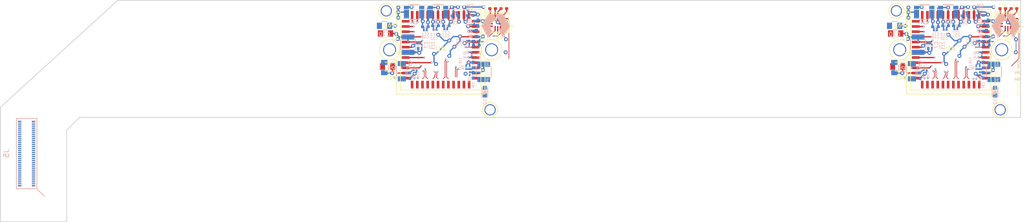
<source format=kicad_pcb>
(kicad_pcb (version 4) (host pcbnew 0.201604192031+6703~44~ubuntu14.04.1-product)
  (layers (0 F.Cu signal) (1 In1.Cu power) (2 In2.Cu signal) (3 In3.Cu signal) (4 In4.Cu power) (5 In5.Cu signal) (6 In6.Cu power) (7 In7.Cu power) (8 In8.Cu power) (31 B.Cu signal) (34 B.Paste user) (35 F.Paste user) (36 B.SilkS user) (37 F.SilkS user) (38 B.Mask user) (39 F.Mask user) (44 Edge.Cuts user))
  (net 0 "")
  (net 1 GND)
  (net 2 +5V)
  (net 3 +3V3)
  (net 4 +1V8)
  (net 5 DDR_VDD)
  (net 6 CAM_CLK_IN-)
  (net 7 CAM_CLK_IN+)
  (net 8 "Net-(R4-Pad1)")
  (net 9 SPI_MISO)
  (net 10 IMU_INT1)
  (net 11 "Net-(U3-Pad11)")
  (net 12 "Net-(U3-Pad10)")
  (net 13 IMU_INT2)
  (net 14 SPI_SCK)
  (net 15 SPI_MOSI)
  (net 16 IMU_SS#)
  (net 17 CAM_SYNC+)
  (net 18 CAM_SS#)
  (net 19 CAM_RST#)
  (net 20 CAM_monitor1)
  (net 21 CAM_monitor0)
  (net 22 CAM_trigger2)
  (net 23 CAM_trigger1)
  (net 24 CAM_trigger0)
  (net 25 CAM_CLK_PLL)
  (net 26 CAM_SYNC-)
  (net 27 CAM_DOUT3+)
  (net 28 CAM_DOUT3-)
  (net 29 CAM_DOUT2+)
  (net 30 CAM_DOUT2-)
  (net 31 CAM_DOUT1+)
  (net 32 CAM_DOUT1-)
  (net 33 CAM_DOUT0+)
  (net 34 CAM_DOUT0-)
  (net 35 CAM_CLK_OUT+)
  (net 36 CAM_CLK_OUT-)
  (net 37 FPGA_SS_DIN)
  (net 38 FPGA_SS_CCLK)
  (net 39 FPGA_SS_INIT_B)
  (net 40 FPGA_SS_DONE)
  (net 41 FPGA_SS_PROGRAM_B)
  (net 42 FPGA_JTAG_TDI)
  (net 43 FPGA_JTAG_TDO)
  (net 44 FPGA_JTAG_TMS)
  (net 45 FPGA_JTAG_TCK)
  (net 46 P_LVDS1-)
  (net 47 P_LVDS1+)
  (net 48 P_LVDS2-)
  (net 49 P_LVDS2+)
  (net 50 P_LVDS3-)
  (net 51 P_LVDS3+)
  (net 52 P_LVDS4-)
  (net 53 P_LVDS4+)
  (net 54 P_LVDS5-)
  (net 55 P_LVDS5+)
  (net 56 P_LVDS6-)
  (net 57 P_LVDS6+)
  (net 58 P_LVDS7-)
  (net 59 P_LVDS7+)
  (net 60 P_LVDS8-)
  (net 61 P_LVDS8+)
  (net 62 P_LVDS9-)
  (net 63 P_LVDS9+)
  (net 64 P_LVDS10-)
  (net 65 P_LVDS10+)
  (net 66 P_LVDS11-)
  (net 67 P_LVDS11+)
  (net 68 P_LVDS12-)
  (net 69 P_LVDS12+)
  (net 70 P_LVDS13-)
  (net 71 P_LVDS13+)
  (net 72 P_LVDS14-)
  (net 73 P_LVDS14+)
  (net 74 FPGA_SS_DOUT)
  (net 75 FPGADebug1)
  (net 76 FPGADebug2)
  (net 77 "Net-(D2-Pad2)")
  (net 78 FPGA_LED)
  (module Dipoles_SMD:C_0201 (layer B.Cu) (at 93.3 168.2 180)
    (fp_text reference C9 (at 0 0.65 180) (layer B.SilkS) (effects (font (size 0.4 0.4) (thickness 0.06)) (justify mirror)))
    (fp_text value 100n)
    (pad 1 smd rect (at -0.3 0 180) (size 0.35 0.3) (layers B.Cu B.Paste B.Mask) (net 4 +1V8))
    (pad 2 smd rect (at 0.3 0 180) (size 0.35 0.3) (layers B.Cu B.Paste B.Mask) (net 1 GND))
  )
  (module Capacitors_SMD:C_1206 (layer B.Cu) (at 90.694548 168.417488 90)
    (fp_text reference C35 (at 1.267488 1.655452 90) (layer B.SilkS) (effects (font (size 0.6 0.6) (thickness 0.1)) (justify mirror)))
    (fp_text value 10u)
    (pad 1 smd rect (at -1.5 0 90) (size 1 1.6) (layers B.Cu B.Paste B.Mask) (net 4 +1V8))
    (pad 2 smd rect (at 1.5 0 90) (size 1 1.6) (layers B.Cu B.Paste B.Mask) (net 1 GND))
  )
  (module Capacitors_SMD:C_0805 (layer B.Cu) (at 87.25 167.7 270)
    (fp_text reference C61 (at 0 -1.7 270) (layer B.SilkS) (effects (font (size 0.8 0.8) (thickness 0.12)) (justify mirror)))
    (fp_text value 22u)
    (pad 1 smd rect (at -1 0 270) (size 1 1.25) (layers B.Cu B.Paste B.Mask) (net 5 DDR_VDD))
    (pad 2 smd rect (at 1 0 270) (size 1 1.25) (layers B.Cu B.Paste B.Mask) (net 1 GND))
  )
  (module Dipoles_SMD:C_0402 (layer B.Cu) (at 92.3 169.3 90)
    (fp_text reference C25 (at 0.2 1.6 90) (layer B.SilkS) (effects (font (size 0.4 0.4) (thickness 0.07)) (justify mirror)))
    (fp_text value 4.7u hide)
    (pad 1 smd rect (at -0.55 0 90) (size 0.6 0.5) (layers B.Cu B.Paste B.Mask) (net 4 +1V8))
    (pad 2 smd rect (at 0.55 0 90) (size 0.6 0.5) (layers B.Cu B.Paste B.Mask) (net 1 GND))
  )
  (module Capacitors_SMD:C_0805 (layer B.Cu) (at 87.3 159.5 180)
    (fp_text reference C70 (at 0 -1.65 180) (layer B.SilkS) (effects (font (size 0.8 0.8) (thickness 0.12)) (justify mirror)))
    (fp_text value 47u)
    (pad 1 smd rect (at -1 0 180) (size 1 1.25) (layers B.Cu B.Paste B.Mask) (net 1 GND))
    (pad 2 smd rect (at 1 0 180) (size 1 1.25) (layers B.Cu B.Paste B.Mask) (net 4 +1V8))
  )
  (module Dipoles_SMD:C_0201 (layer B.Cu) (at 94.6 163.5 90)
    (fp_text reference C13 (at 0.1 2.35 90) (layer B.SilkS) (effects (font (size 0.5 0.5) (thickness 0.07)) (justify mirror)))
    (fp_text value 1u)
    (pad 1 smd rect (at -0.3 0 90) (size 0.35 0.3) (layers B.Cu B.Paste B.Mask) (net 3 +3V3))
    (pad 2 smd rect (at 0.3 0 90) (size 0.35 0.3) (layers B.Cu B.Paste B.Mask) (net 1 GND))
  )
  (module Dipoles_SMD:C_0402 (layer B.Cu) (at 93.9 163.4 90)
    (fp_text reference C31 (at 0 2.4 90) (layer B.SilkS) (effects (font (size 0.5 0.5) (thickness 0.07)) (justify mirror)))
    (fp_text value 4.7u hide)
    (pad 1 smd rect (at -0.55 0 90) (size 0.6 0.5) (layers B.Cu B.Paste B.Mask) (net 3 +3V3))
    (pad 2 smd rect (at 0.55 0 90) (size 0.6 0.5) (layers B.Cu B.Paste B.Mask) (net 1 GND))
  )
  (module Capacitors_SMD:C_1210 (layer B.Cu) (at 91.9 163.2 90)
    (fp_text reference C7 (at -0.05 3.6 90) (layer B.SilkS) (effects (font (size 0.7 0.7) (thickness 0.1)) (justify mirror)))
    (fp_text value 100u)
    (pad 1 smd rect (at -1.5 0 90) (size 1 2.5) (layers B.Cu B.Paste B.Mask) (net 3 +3V3))
    (pad 2 smd rect (at 1.5 0 90) (size 1 2.5) (layers B.Cu B.Paste B.Mask) (net 1 GND))
  )
  (module Dipoles_SMD:R_0402 (layer B.Cu) (at 105.3 161 270)
    (fp_text reference R4 (at 0 1.15 270) (layer B.SilkS) (effects (justify mirror)))
    (fp_text value 1k hide)
    (pad 1 smd rect (at -0.6 0 270) (size 0.635 0.61) (layers B.Cu B.Paste B.Mask) (net 8 "Net-(R4-Pad1)"))
    (pad 2 smd rect (at 0.6 0 270) (size 0.635 0.61) (layers B.Cu B.Paste B.Mask) (net 1 GND))
  )
  (module Dipoles_SMD:C_0402 (layer B.Cu) (at 105.3 163.3)
    (fp_text reference C22 (at -2.45 -0.15) (layer B.SilkS) (effects (font (size 0.5 0.5) (thickness 0.07)) (justify mirror)))
    (fp_text value 4.7u hide)
    (pad 1 smd rect (at -0.55 0) (size 0.6 0.5) (layers B.Cu B.Paste B.Mask) (net 4 +1V8))
    (pad 2 smd rect (at 0.55 0) (size 0.6 0.5) (layers B.Cu B.Paste B.Mask) (net 1 GND))
  )
  (module Dipoles_SMD:C_0201 (layer B.Cu) (at 103.9 162.7 270)
    (fp_text reference C15 (at 0.05 2.2 270) (layer B.SilkS) (effects (font (size 0.5 0.5) (thickness 0.07)) (justify mirror)))
    (fp_text value 100n)
    (pad 1 smd rect (at -0.3 0 270) (size 0.35 0.3) (layers B.Cu B.Paste B.Mask) (net 4 +1V8))
    (pad 2 smd rect (at 0.3 0 270) (size 0.35 0.3) (layers B.Cu B.Paste B.Mask) (net 1 GND))
  )
  (module Dipoles_SMD:C_0402 (layer B.Cu) (at 105.3 162.5)
    (fp_text reference C30 (at -2.45 -0.05) (layer B.SilkS) (effects (font (size 0.5 0.5) (thickness 0.07)) (justify mirror)))
    (fp_text value 4.7u hide)
    (pad 1 smd rect (at -0.55 0) (size 0.6 0.5) (layers B.Cu B.Paste B.Mask) (net 4 +1V8))
    (pad 2 smd rect (at 0.55 0) (size 0.6 0.5) (layers B.Cu B.Paste B.Mask) (net 1 GND))
  )
  (module silkscreen:OSRFOfficialLogo5.8x4.9 (layer B.Cu) (at 109.1 159.45 180)
    (fp_text reference G*** hide)
    (fp_text value LOGO hide)
  )
  (module Dipoles_SMD:C_0402 (layer B.Cu) (at 105.6 158.9 90)
    (fp_text reference C39 (at 0.05 -1.4 90) (layer B.SilkS) (effects (font (size 0.5 0.5) (thickness 0.07)) (justify mirror)))
    (fp_text value 4.7u hide)
    (pad 1 smd rect (at -0.55 0 90) (size 0.6 0.5) (layers B.Cu B.Paste B.Mask) (net 3 +3V3))
    (pad 2 smd rect (at 0.55 0 90) (size 0.6 0.5) (layers B.Cu B.Paste B.Mask) (net 1 GND))
  )
  (module Dipoles_SMD:C_0201 (layer B.Cu) (at 101.1 156.8 180)
    (fp_text reference C28 (at 0 -1.5 180) (layer B.SilkS) (effects (font (size 0.5 0.5) (thickness 0.07)) (justify mirror)))
    (fp_text value 1u)
    (pad 1 smd rect (at -0.3 0 180) (size 0.35 0.3) (layers B.Cu B.Paste B.Mask) (net 3 +3V3))
    (pad 2 smd rect (at 0.3 0 180) (size 0.35 0.3) (layers B.Cu B.Paste B.Mask) (net 1 GND))
  )
  (module Dipoles_SMD:C_0201 (layer B.Cu) (at 103.994548 156.767488 180)
    (fp_text reference C36 (at -0.055452 1.267488 180) (layer B.SilkS) (effects (font (size 0.5 0.5) (thickness 0.07)) (justify mirror)))
    (fp_text value 1u)
    (pad 1 smd rect (at -0.3 0 180) (size 0.35 0.3) (layers B.Cu B.Paste B.Mask) (net 3 +3V3))
    (pad 2 smd rect (at 0.3 0 180) (size 0.35 0.3) (layers B.Cu B.Paste B.Mask) (net 1 GND))
  )
  (module Dipoles_SMD:C_0402 (layer B.Cu) (at 104.094548 157.467488 180)
    (fp_text reference C5 (at 0 1.317488 180) (layer B.SilkS) (effects (font (size 0.5 0.5) (thickness 0.07)) (justify mirror)))
    (fp_text value 4.7u hide)
    (pad 1 smd rect (at -0.55 0 180) (size 0.6 0.5) (layers B.Cu B.Paste B.Mask) (net 3 +3V3))
    (pad 2 smd rect (at 0.55 0 180) (size 0.6 0.5) (layers B.Cu B.Paste B.Mask) (net 1 GND))
  )
  (module Dipoles_SMD:C_0201 (layer B.Cu) (at 104.9 158.8 90)
    (fp_text reference C18 (at -0.05 -1.35 90) (layer B.SilkS) (effects (font (size 0.5 0.5) (thickness 0.07)) (justify mirror)))
    (fp_text value 1u)
    (pad 1 smd rect (at -0.3 0 90) (size 0.35 0.3) (layers B.Cu B.Paste B.Mask) (net 3 +3V3))
    (pad 2 smd rect (at 0.3 0 90) (size 0.35 0.3) (layers B.Cu B.Paste B.Mask) (net 1 GND))
  )
  (module Dipoles_SMD:C_0402 (layer B.Cu) (at 101.1 157.5 180)
    (fp_text reference C8 (at 0 -1.45 180) (layer B.SilkS) (effects (font (size 0.5 0.5) (thickness 0.07)) (justify mirror)))
    (fp_text value 4.7u hide)
    (pad 1 smd rect (at -0.55 0 180) (size 0.6 0.5) (layers B.Cu B.Paste B.Mask) (net 3 +3V3))
    (pad 2 smd rect (at 0.55 0 180) (size 0.6 0.5) (layers B.Cu B.Paste B.Mask) (net 1 GND))
  )
  (module Capacitors_SMD:C_1210 (layer B.Cu) (at 97.8 156.8 180)
    (fp_text reference C20 (at -0.1 -2 180) (layer B.SilkS) (effects (font (size 0.508 0.508) (thickness 0.1016)) (justify mirror)))
    (fp_text value 100u)
    (pad 1 smd rect (at -1.5 0 180) (size 1 2.5) (layers B.Cu B.Paste B.Mask) (net 3 +3V3))
    (pad 2 smd rect (at 1.5 0 180) (size 1 2.5) (layers B.Cu B.Paste B.Mask) (net 1 GND))
  )
  (module Dipoles_SMD:C_0402 (layer B.Cu) (at 99.4 159.5)
    (fp_text reference C27 (at -0.05 1.35) (layer B.SilkS) (effects (font (size 0.5 0.5) (thickness 0.07)) (justify mirror)))
    (fp_text value 4.7u hide)
    (pad 1 smd rect (at -0.55 0) (size 0.6 0.5) (layers B.Cu B.Paste B.Mask) (net 3 +3V3))
    (pad 2 smd rect (at 0.55 0) (size 0.6 0.5) (layers B.Cu B.Paste B.Mask) (net 1 GND))
  )
  (module Dipoles_SMD:C_0201 (layer B.Cu) (at 97.2 160.3)
    (fp_text reference C32 (at -0.2 1.7) (layer B.SilkS) (effects (font (size 0.5 0.5) (thickness 0.07)) (justify mirror)))
    (fp_text value 1u)
    (pad 1 smd rect (at -0.3 0) (size 0.35 0.3) (layers B.Cu B.Paste B.Mask) (net 3 +3V3))
    (pad 2 smd rect (at 0.3 0) (size 0.35 0.3) (layers B.Cu B.Paste B.Mask) (net 1 GND))
  )
  (module Dipoles_SMD:C_0402 (layer B.Cu) (at 97.3 159.5)
    (fp_text reference C10 (at -0.3 1.7) (layer B.SilkS) (effects (font (size 0.5 0.5) (thickness 0.07)) (justify mirror)))
    (fp_text value 4.7u hide)
    (pad 1 smd rect (at -0.55 0) (size 0.6 0.5) (layers B.Cu B.Paste B.Mask) (net 3 +3V3))
    (pad 2 smd rect (at 0.55 0) (size 0.6 0.5) (layers B.Cu B.Paste B.Mask) (net 1 GND))
  )
  (module Dipoles_SMD:C_0402 (layer B.Cu) (at 95.3 159.7)
    (fp_text reference C14 (at 0 1.4) (layer B.SilkS) (effects (font (size 0.5 0.5) (thickness 0.07)) (justify mirror)))
    (fp_text value 4.7u hide)
    (pad 1 smd rect (at -0.55 0) (size 0.6 0.5) (layers B.Cu B.Paste B.Mask) (net 3 +3V3))
    (pad 2 smd rect (at 0.55 0) (size 0.6 0.5) (layers B.Cu B.Paste B.Mask) (net 1 GND))
  )
  (module Dipoles_SMD:C_0201 (layer B.Cu) (at 99.3 160.2)
    (fp_text reference C21 (at 0.05 1.3) (layer B.SilkS) (effects (font (size 0.5 0.5) (thickness 0.07)) (justify mirror)))
    (fp_text value 1u)
    (pad 1 smd rect (at -0.3 0) (size 0.35 0.3) (layers B.Cu B.Paste B.Mask) (net 3 +3V3))
    (pad 2 smd rect (at 0.3 0) (size 0.35 0.3) (layers B.Cu B.Paste B.Mask) (net 1 GND))
  )
  (module Dipoles_SMD:C_0201 (layer B.Cu) (at 95.3 160.4)
    (fp_text reference C40 (at 0 1.35) (layer B.SilkS) (effects (font (size 0.5 0.5) (thickness 0.07)) (justify mirror)))
    (fp_text value 1u)
    (pad 1 smd rect (at -0.3 0) (size 0.35 0.3) (layers B.Cu B.Paste B.Mask) (net 3 +3V3))
    (pad 2 smd rect (at 0.3 0) (size 0.35 0.3) (layers B.Cu B.Paste B.Mask) (net 1 GND))
  )
  (module Capacitors_SMD:C_1210 (layer B.Cu) (at 93.1 156.8 180)
    (fp_text reference C24 (at 0 -2.1 180) (layer B.SilkS) (effects (font (size 0.508 0.508) (thickness 0.1016)) (justify mirror)))
    (fp_text value 100u)
    (pad 1 smd rect (at -1.5 0 180) (size 1 2.5) (layers B.Cu B.Paste B.Mask) (net 3 +3V3))
    (pad 2 smd rect (at 1.5 0 180) (size 1 2.5) (layers B.Cu B.Paste B.Mask) (net 1 GND))
  )
  (module Capacitors_SMD:C_1210 (layer B.Cu) (at 106.75 168.55 90)
    (fp_text reference C4 (at 3.25 -0.9 90) (layer B.SilkS) (effects (font (size 0.6 0.6) (thickness 0.1)) (justify mirror)))
    (fp_text value 100u)
    (pad 1 smd rect (at -1.5 0 90) (size 1 2.5) (layers B.Cu B.Paste B.Mask) (net 3 +3V3))
    (pad 2 smd rect (at 1.5 0 90) (size 1 2.5) (layers B.Cu B.Paste B.Mask) (net 1 GND))
  )
  (module LEDs:LED_0603 (layer B.Cu) (at 106.978097 172.435395 90)
    (fp_text reference D2 (at -1.964605 0.021903 90) (layer B.SilkS) (effects (font (size 0.6 0.6) (thickness 0.07)) (justify mirror)))
    (fp_text value RED)
    (pad 2 smd rect (at 0.7493 0 270) (size 0.79756 0.79756) (layers B.Cu B.Paste B.Mask) (net 77 "Net-(D2-Pad2)"))
    (pad 1 smd rect (at -0.7493 0 270) (size 0.79756 0.79756) (layers B.Cu B.Paste B.Mask) (net 78 FPGA_LED))
  )
  (module Dipoles_SMD:C_0402 (layer B.Cu) (at 104.7 167.2 270)
    (fp_text reference C19 (at -0.9 2.55 270) (layer B.SilkS) (effects (font (size 0.4 0.4) (thickness 0.07)) (justify mirror)))
    (fp_text value 4.7u hide)
    (pad 1 smd rect (at -0.55 0 270) (size 0.6 0.5) (layers B.Cu B.Paste B.Mask) (net 4 +1V8))
    (pad 2 smd rect (at 0.55 0 270) (size 0.6 0.5) (layers B.Cu B.Paste B.Mask) (net 1 GND))
  )
  (module Dipoles_SMD:C_0402 (layer B.Cu) (at 104.7 169.2 90)
    (fp_text reference C34 (at -1.95 0 90) (layer B.SilkS) (effects (font (size 0.4 0.4) (thickness 0.07)) (justify mirror)))
    (fp_text value 4.7u hide)
    (pad 1 smd rect (at -0.55 0 90) (size 0.6 0.5) (layers B.Cu B.Paste B.Mask) (net 3 +3V3))
    (pad 2 smd rect (at 0.55 0 90) (size 0.6 0.5) (layers B.Cu B.Paste B.Mask) (net 1 GND))
  )
  (module Dipoles_SMD:C_0201 (layer B.Cu) (at 104 168.9 90)
    (fp_text reference C17 (at -1.175 -0.05 90) (layer B.SilkS) (effects (font (size 0.4 0.4) (thickness 0.07)) (justify mirror)))
    (fp_text value 1u)
    (pad 1 smd rect (at -0.3 0 90) (size 0.35 0.3) (layers B.Cu B.Paste B.Mask) (net 3 +3V3))
    (pad 2 smd rect (at 0.3 0 90) (size 0.35 0.3) (layers B.Cu B.Paste B.Mask) (net 1 GND))
  )
  (module Dipoles_SMD:C_0201 (layer B.Cu) (at 104 167.7 270)
    (fp_text reference C6 (at -0.025 1.3 270) (layer B.SilkS) (effects (font (size 0.4 0.4) (thickness 0.07)) (justify mirror)))
    (fp_text value 100n)
    (pad 1 smd rect (at -0.3 0 270) (size 0.35 0.3) (layers B.Cu B.Paste B.Mask) (net 4 +1V8))
    (pad 2 smd rect (at 0.3 0 270) (size 0.35 0.3) (layers B.Cu B.Paste B.Mask) (net 1 GND))
  )
  (module Dipoles_SMD:C_0201 (layer B.Cu) (at 104.4 165.2 90)
    (fp_text reference R3 (at 0 -1.125 90) (layer B.SilkS) (effects (font (size 0.8 0.8) (thickness 0.1)) (justify mirror)))
    (fp_text value 100)
    (pad 1 smd rect (at -0.3 0 90) (size 0.35 0.3) (layers B.Cu B.Paste B.Mask) (net 6 CAM_CLK_IN-))
    (pad 2 smd rect (at 0.3 0 90) (size 0.35 0.3) (layers B.Cu B.Paste B.Mask) (net 7 CAM_CLK_IN+))
  )
  (module Dipoles_SMD:C_0201 (layer B.Cu) (at 103.3 167.7 270)
    (fp_text reference C11 (at 0 1.125 270) (layer B.SilkS) (effects (font (size 0.4 0.4) (thickness 0.06)) (justify mirror)))
    (fp_text value 100n)
    (pad 1 smd rect (at -0.3 0 270) (size 0.35 0.3) (layers B.Cu B.Paste B.Mask) (net 4 +1V8))
    (pad 2 smd rect (at 0.3 0 270) (size 0.35 0.3) (layers B.Cu B.Paste B.Mask) (net 1 GND))
  )
  (module Mounting:MountingHoleM1.6 (layer F.Cu) (at 87.65 156.55)
    (fp_text reference REF** hide)
    (fp_text value MountingHoleM1.6)
    (pad MNT thru_hole circle (at 0 0) (size 2.2 2.2) (drill 1.8) (layers *.Cu *.Mask))
  )
  (module LCC:LCC101.6P1422X1422X165-48 (layer F.Cu) (at 98.3 164.2 90)
    (fp_text reference U4 (at 0.2 0 180) (layer F.SilkS))
    (fp_text value NOIP1SN1300A-QDI)
    (pad 1 smd rect (at -0.508 -6.252 90) (size 0.51 2.7) (layers F.Cu F.Paste F.Mask) (net 3 +3V3))
    (pad 2 smd rect (at -1.524 -6.852 90) (size 0.51 1.52) (layers F.Cu F.Paste F.Mask) (net 15 SPI_MOSI))
    (pad 3 smd rect (at -2.54 -6.852 90) (size 0.51 1.52) (layers F.Cu F.Paste F.Mask) (net 9 SPI_MISO))
    (pad 4 smd rect (at -3.556 -6.852 90) (size 0.51 1.52) (layers F.Cu F.Paste F.Mask) (net 14 SPI_SCK))
    (pad 5 smd rect (at -4.572 -6.852 90) (size 0.51 1.52) (layers F.Cu F.Paste F.Mask) (net 1 GND))
    (pad 6 smd rect (at -5.588 -6.852 90) (size 0.51 1.52) (layers F.Cu F.Paste F.Mask) (net 4 +1V8))
    (pad 7 smd rect (at -6.852 -5.588 90) (size 1.52 0.51) (layers F.Cu F.Paste F.Mask) (net 36 CAM_CLK_OUT-))
    (pad 8 smd rect (at -6.852 -4.572 90) (size 1.52 0.51) (layers F.Cu F.Paste F.Mask) (net 35 CAM_CLK_OUT+))
    (pad 9 smd rect (at -6.852 -3.556 90) (size 1.52 0.51) (layers F.Cu F.Paste F.Mask) (net 34 CAM_DOUT0-))
    (pad 10 smd rect (at -6.852 -2.54 90) (size 1.52 0.51) (layers F.Cu F.Paste F.Mask) (net 33 CAM_DOUT0+))
    (pad 11 smd rect (at -6.852 -1.524 90) (size 1.52 0.51) (layers F.Cu F.Paste F.Mask) (net 32 CAM_DOUT1-))
    (pad 12 smd rect (at -6.852 -0.508 90) (size 1.52 0.51) (layers F.Cu F.Paste F.Mask) (net 31 CAM_DOUT1+))
    (pad 13 smd rect (at -6.852 0.508 90) (size 1.52 0.51) (layers F.Cu F.Paste F.Mask) (net 30 CAM_DOUT2-))
    (pad 14 smd rect (at -6.852 1.524 90) (size 1.52 0.51) (layers F.Cu F.Paste F.Mask) (net 29 CAM_DOUT2+))
    (pad 15 smd rect (at -6.852 2.54 90) (size 1.52 0.51) (layers F.Cu F.Paste F.Mask) (net 28 CAM_DOUT3-))
    (pad 16 smd rect (at -6.852 3.556 90) (size 1.52 0.51) (layers F.Cu F.Paste F.Mask) (net 27 CAM_DOUT3+))
    (pad 17 smd rect (at -6.852 4.572 90) (size 1.52 0.51) (layers F.Cu F.Paste F.Mask) (net 26 CAM_SYNC-))
    (pad 18 smd rect (at -6.852 5.588 90) (size 1.52 0.51) (layers F.Cu F.Paste F.Mask) (net 17 CAM_SYNC+))
    (pad 19 smd rect (at -5.588 6.852 90) (size 0.51 1.52) (layers F.Cu F.Paste F.Mask) (net 3 +3V3))
    (pad 20 smd rect (at -4.572 6.852 90) (size 0.51 1.52) (layers F.Cu F.Paste F.Mask) (net 1 GND))
    (pad 21 smd rect (at -3.556 6.852 90) (size 0.51 1.52) (layers F.Cu F.Paste F.Mask) (net 1 GND))
    (pad 22 smd rect (at -2.54 6.852 90) (size 0.51 1.52) (layers F.Cu F.Paste F.Mask) (net 4 +1V8))
    (pad 23 smd rect (at -1.524 6.852 90) (size 0.51 1.52) (layers F.Cu F.Paste F.Mask) (net 6 CAM_CLK_IN-))
    (pad 24 smd rect (at -0.508 6.852 90) (size 0.51 1.52) (layers F.Cu F.Paste F.Mask) (net 7 CAM_CLK_IN+))
    (pad 25 smd rect (at 0.508 6.852 90) (size 0.51 1.52) (layers F.Cu F.Paste F.Mask) (net 25 CAM_CLK_PLL))
    (pad 26 smd rect (at 1.524 6.852 90) (size 0.51 1.52) (layers F.Cu F.Paste F.Mask) (net 4 +1V8))
    (pad 27 smd rect (at 2.54 6.852 90) (size 0.51 1.52) (layers F.Cu F.Paste F.Mask) (net 1 GND))
    (pad 28 smd rect (at 3.556 6.852 90) (size 0.51 1.52) (layers F.Cu F.Paste F.Mask) (net 8 "Net-(R4-Pad1)"))
    (pad 29 smd rect (at 4.572 6.852 90) (size 0.51 1.52) (layers F.Cu F.Paste F.Mask) (net 3 +3V3))
    (pad 30 smd rect (at 5.588 6.852 90) (size 0.51 1.52) (layers F.Cu F.Paste F.Mask) (net 1 GND))
    (pad 31 smd rect (at 6.852 5.588 90) (size 1.52 0.51) (layers F.Cu F.Paste F.Mask) (net 3 +3V3))
    (pad 32 smd rect (at 6.852 4.572 90) (size 1.52 0.51) (layers F.Cu F.Paste F.Mask) (net 1 GND))
    (pad 33 smd rect (at 6.852 3.556 90) (size 1.52 0.51) (layers F.Cu F.Paste F.Mask) (net 3 +3V3))
    (pad 34 smd rect (at 6.852 2.54 90) (size 1.52 0.51) (layers F.Cu F.Paste F.Mask) (net 1 GND))
    (pad 35 smd rect (at 6.852 1.524 90) (size 1.52 0.51) (layers F.Cu F.Paste F.Mask) (net 1 GND))
    (pad 36 smd rect (at 6.852 0.508 90) (size 1.52 0.51) (layers F.Cu F.Paste F.Mask) (net 3 +3V3))
    (pad 37 smd rect (at 6.852 -0.508 90) (size 1.52 0.51) (layers F.Cu F.Paste F.Mask) (net 1 GND))
    (pad 38 smd rect (at 6.852 -1.524 90) (size 1.52 0.51) (layers F.Cu F.Paste F.Mask) (net 3 +3V3))
    (pad 39 smd rect (at 6.852 -2.54 90) (size 1.52 0.51) (layers F.Cu F.Paste F.Mask) (net 1 GND))
    (pad 40 smd rect (at 6.852 -3.556 90) (size 1.52 0.51) (layers F.Cu F.Paste F.Mask) (net 3 +3V3))
    (pad 41 smd rect (at 6.852 -4.572 90) (size 1.52 0.51) (layers F.Cu F.Paste F.Mask) (net 24 CAM_trigger0))
    (pad 42 smd rect (at 6.852 -5.588 90) (size 1.52 0.51) (layers F.Cu F.Paste F.Mask) (net 23 CAM_trigger1))
    (pad 43 smd rect (at 5.588 -6.852 90) (size 0.51 1.52) (layers F.Cu F.Paste F.Mask) (net 22 CAM_trigger2))
    (pad 44 smd rect (at 4.572 -6.852 90) (size 0.51 1.52) (layers F.Cu F.Paste F.Mask) (net 21 CAM_monitor0))
    (pad 45 smd rect (at 3.556 -6.852 90) (size 0.51 1.52) (layers F.Cu F.Paste F.Mask) (net 20 CAM_monitor1))
    (pad 46 smd rect (at 2.54 -6.852 90) (size 0.51 1.52) (layers F.Cu F.Paste F.Mask) (net 19 CAM_RST#))
    (pad 47 smd rect (at 1.524 -6.852 90) (size 0.51 1.52) (layers F.Cu F.Paste F.Mask) (net 18 CAM_SS#))
    (pad 48 smd rect (at 0.508 -6.852 90) (size 0.51 1.52) (layers F.Cu F.Paste F.Mask) (net 1 GND))
  )
  (module Capacitors_SMD:C_0805 (layer F.Cu) (at 87.5 161 180)
    (fp_text reference C69 (at -0.8 1.6 180) (layer F.SilkS) (effects (font (size 0.7 0.7) (thickness 0.12))))
    (fp_text value 47u)
    (pad 1 smd rect (at -1 0 180) (size 1 1.25) (layers F.Cu F.Paste F.Mask) (net 1 GND))
    (pad 2 smd rect (at 1 0 180) (size 1 1.25) (layers F.Cu F.Paste F.Mask) (net 3 +3V3))
  )
  (module Capacitors_SMD:C_0805 (layer F.Cu) (at 87.9 167.5 180)
    (fp_text reference C29 (at -0.65 -2.3 180) (layer F.SilkS) (effects (font (size 0.7 0.7) (thickness 0.11))))
    (fp_text value 47u)
    (pad 1 smd rect (at -1 0 180) (size 1 1.25) (layers F.Cu F.Paste F.Mask) (net 1 GND))
    (pad 2 smd rect (at 1 0 180) (size 1 1.25) (layers F.Cu F.Paste F.Mask) (net 5 DDR_VDD))
  )
  (module Dipoles_SMD:C_0402 (layer F.Cu) (at 108.5 156.1)
    (fp_text reference C16 (at 0 -0.7) (layer F.SilkS) (effects (font (size 0.5 0.5) (thickness 0.07))))
    (fp_text value 100n hide)
    (pad 1 smd rect (at -0.55 0) (size 0.6 0.5) (layers F.Cu F.Paste F.Mask) (net 4 +1V8))
    (pad 2 smd rect (at 0.55 0) (size 0.6 0.5) (layers F.Cu F.Paste F.Mask) (net 1 GND))
  )
  (module Dipoles_SMD:C_0402 (layer F.Cu) (at 110.69351 156.1 180)
    (fp_text reference C12 (at -0.00649 0.7 180) (layer F.SilkS) (effects (font (size 0.5 0.5) (thickness 0.07))))
    (fp_text value 100n hide)
    (pad 1 smd rect (at -0.55 0 180) (size 0.6 0.5) (layers F.Cu F.Paste F.Mask) (net 3 +3V3))
    (pad 2 smd rect (at 0.55 0 180) (size 0.6 0.5) (layers F.Cu F.Paste F.Mask) (net 1 GND))
  )
  (module Mounting:MountingHoleM1.6 (layer F.Cu) (at 108 176)
    (fp_text reference REF** hide)
    (fp_text value MountingHoleM1.6)
    (pad MNT thru_hole circle (at 0 0) (size 2.2 2.2) (drill 1.8) (layers *.Cu *.Mask))
  )
  (module Housings_LGA:LGA14_2.5X3X0.86 (layer F.Cu) (at 109.49351 158.82884 180)
    (fp_text reference U3 (at -0.20649 -2.87116 180) (layer F.SilkS) (effects (font (size 0.762 0.762) (thickness 0.127))))
    (fp_text value ST_LSM6DS3)
    (pad 1 smd rect (at -1.45 -0.75 180) (size 1 0.25) (layers F.Cu F.Paste F.Mask) (net 9 SPI_MISO))
    (pad 2 smd rect (at -1.45 -0.25 180) (size 1 0.25) (layers F.Cu F.Paste F.Mask) (net 1 GND))
    (pad 3 smd rect (at -1.45 0.25 180) (size 1 0.25) (layers F.Cu F.Paste F.Mask) (net 1 GND))
    (pad 4 smd rect (at -1.45 0.75 180) (size 1 0.25) (layers F.Cu F.Paste F.Mask) (net 10 IMU_INT1))
    (pad 11 smd rect (at 1.45 -0.75 180) (size 1 0.25) (layers F.Cu F.Paste F.Mask) (net 11 "Net-(U3-Pad11)"))
    (pad 10 smd rect (at 1.45 -0.25 180) (size 1 0.25) (layers F.Cu F.Paste F.Mask) (net 12 "Net-(U3-Pad10)"))
    (pad 9 smd rect (at 1.45 0.25 180) (size 1 0.25) (layers F.Cu F.Paste F.Mask) (net 13 IMU_INT2))
    (pad 8 smd rect (at 1.45 0.75 180) (size 1 0.25) (layers F.Cu F.Paste F.Mask) (net 4 +1V8))
    (pad 13 smd rect (at 0 -1.2 180) (size 0.25 1) (layers F.Cu F.Paste F.Mask) (net 14 SPI_SCK))
    (pad 14 smd rect (at -0.5 -1.2 180) (size 0.25 1) (layers F.Cu F.Paste F.Mask) (net 15 SPI_MOSI))
    (pad 12 smd rect (at 0.5 -1.2 180) (size 0.25 1) (layers F.Cu F.Paste F.Mask) (net 16 IMU_SS#))
    (pad 7 smd rect (at 0.5 1.2 180) (size 0.25 1) (layers F.Cu F.Paste F.Mask) (net 1 GND))
    (pad 6 smd rect (at 0 1.2 180) (size 0.25 1) (layers F.Cu F.Paste F.Mask) (net 1 GND))
    (pad 5 smd rect (at -0.5 1.2 180) (size 0.25 1) (layers F.Cu F.Paste F.Mask) (net 3 +3V3))
  )
  (module LensHolder:CMT104-6H (layer F.Cu) (at 98.3 164.2)
    (fp_text reference REF** hide)
    (fp_text value CMT104-6H)
    (pad HOLE thru_hole circle (at 10 0) (size 2.54 2.54) (drill 2.15) (layers *.Cu *.Mask))
    (pad HOLE thru_hole circle (at -10 0) (size 2.54 2.54) (drill 2.15) (layers *.Cu *.Mask))
  )
  (module Mounting:MountingHoleM1.6 (layer F.Cu) (at 187.65 156.55)
    (fp_text reference REF** hide)
    (fp_text value MountingHoleM1.6)
    (pad MNT thru_hole circle (at 0 0) (size 2.2 2.2) (drill 1.8) (layers *.Cu *.Mask))
  )
  (module Capacitors_SMD:C_1210 (layer B.Cu) (at 206.75 168.55 90)
    (fp_text reference C4 (at 3.25 -0.9 90) (layer B.SilkS) (effects (font (size 0.6 0.6) (thickness 0.1)) (justify mirror)))
    (fp_text value 100u)
    (pad 1 smd rect (at -1.5 0 90) (size 1 2.5) (layers B.Cu B.Paste B.Mask) (net 3 +3V3))
    (pad 2 smd rect (at 1.5 0 90) (size 1 2.5) (layers B.Cu B.Paste B.Mask) (net 1 GND))
  )
  (module Dipoles_SMD:C_0402 (layer B.Cu) (at 204.094548 157.467488 180)
    (fp_text reference C5 (at 0 1.317488 180) (layer B.SilkS) (effects (font (size 0.5 0.5) (thickness 0.07)) (justify mirror)))
    (fp_text value 4.7u hide)
    (pad 1 smd rect (at -0.55 0 180) (size 0.6 0.5) (layers B.Cu B.Paste B.Mask) (net 3 +3V3))
    (pad 2 smd rect (at 0.55 0 180) (size 0.6 0.5) (layers B.Cu B.Paste B.Mask) (net 1 GND))
  )
  (module Capacitors_SMD:C_1210 (layer B.Cu) (at 191.9 163.2 90)
    (fp_text reference C7 (at -0.05 3.6 90) (layer B.SilkS) (effects (font (size 0.7 0.7) (thickness 0.1)) (justify mirror)))
    (fp_text value 100u)
    (pad 1 smd rect (at -1.5 0 90) (size 1 2.5) (layers B.Cu B.Paste B.Mask) (net 3 +3V3))
    (pad 2 smd rect (at 1.5 0 90) (size 1 2.5) (layers B.Cu B.Paste B.Mask) (net 1 GND))
  )
  (module Dipoles_SMD:C_0402 (layer B.Cu) (at 201.1 157.5 180)
    (fp_text reference C8 (at 0 -1.45 180) (layer B.SilkS) (effects (font (size 0.5 0.5) (thickness 0.07)) (justify mirror)))
    (fp_text value 4.7u hide)
    (pad 1 smd rect (at -0.55 0 180) (size 0.6 0.5) (layers B.Cu B.Paste B.Mask) (net 3 +3V3))
    (pad 2 smd rect (at 0.55 0 180) (size 0.6 0.5) (layers B.Cu B.Paste B.Mask) (net 1 GND))
  )
  (module Dipoles_SMD:C_0402 (layer B.Cu) (at 197.3 159.5)
    (fp_text reference C10 (at -0.3 1.7) (layer B.SilkS) (effects (font (size 0.5 0.5) (thickness 0.07)) (justify mirror)))
    (fp_text value 4.7u hide)
    (pad 1 smd rect (at -0.55 0) (size 0.6 0.5) (layers B.Cu B.Paste B.Mask) (net 3 +3V3))
    (pad 2 smd rect (at 0.55 0) (size 0.6 0.5) (layers B.Cu B.Paste B.Mask) (net 1 GND))
  )
  (module Dipoles_SMD:C_0402 (layer F.Cu) (at 210.69351 156.1 180)
    (fp_text reference C12 (at -0.00649 0.7 180) (layer F.SilkS) (effects (font (size 0.5 0.5) (thickness 0.07))))
    (fp_text value 100n hide)
    (pad 1 smd rect (at -0.55 0 180) (size 0.6 0.5) (layers F.Cu F.Paste F.Mask) (net 3 +3V3))
    (pad 2 smd rect (at 0.55 0 180) (size 0.6 0.5) (layers F.Cu F.Paste F.Mask) (net 1 GND))
  )
  (module Dipoles_SMD:C_0402 (layer B.Cu) (at 195.3 159.7)
    (fp_text reference C14 (at 0 1.4) (layer B.SilkS) (effects (font (size 0.5 0.5) (thickness 0.07)) (justify mirror)))
    (fp_text value 4.7u hide)
    (pad 1 smd rect (at -0.55 0) (size 0.6 0.5) (layers B.Cu B.Paste B.Mask) (net 3 +3V3))
    (pad 2 smd rect (at 0.55 0) (size 0.6 0.5) (layers B.Cu B.Paste B.Mask) (net 1 GND))
  )
  (module Dipoles_SMD:C_0402 (layer F.Cu) (at 208.5 156.1)
    (fp_text reference C16 (at 0 -0.7) (layer F.SilkS) (effects (font (size 0.5 0.5) (thickness 0.07))))
    (fp_text value 100n hide)
    (pad 1 smd rect (at -0.55 0) (size 0.6 0.5) (layers F.Cu F.Paste F.Mask) (net 4 +1V8))
    (pad 2 smd rect (at 0.55 0) (size 0.6 0.5) (layers F.Cu F.Paste F.Mask) (net 1 GND))
  )
  (module Dipoles_SMD:C_0402 (layer B.Cu) (at 204.7 167.2 270)
    (fp_text reference C19 (at -0.9 2.55 270) (layer B.SilkS) (effects (font (size 0.4 0.4) (thickness 0.07)) (justify mirror)))
    (fp_text value 4.7u hide)
    (pad 1 smd rect (at -0.55 0 270) (size 0.6 0.5) (layers B.Cu B.Paste B.Mask) (net 4 +1V8))
    (pad 2 smd rect (at 0.55 0 270) (size 0.6 0.5) (layers B.Cu B.Paste B.Mask) (net 1 GND))
  )
  (module Capacitors_SMD:C_1210 (layer B.Cu) (at 197.8 156.8 180)
    (fp_text reference C20 (at -0.1 -2 180) (layer B.SilkS) (effects (font (size 0.508 0.508) (thickness 0.1016)) (justify mirror)))
    (fp_text value 100u)
    (pad 1 smd rect (at -1.5 0 180) (size 1 2.5) (layers B.Cu B.Paste B.Mask) (net 3 +3V3))
    (pad 2 smd rect (at 1.5 0 180) (size 1 2.5) (layers B.Cu B.Paste B.Mask) (net 1 GND))
  )
  (module Dipoles_SMD:C_0402 (layer B.Cu) (at 205.3 163.3)
    (fp_text reference C22 (at -2.45 -0.15) (layer B.SilkS) (effects (font (size 0.5 0.5) (thickness 0.07)) (justify mirror)))
    (fp_text value 4.7u hide)
    (pad 1 smd rect (at -0.55 0) (size 0.6 0.5) (layers B.Cu B.Paste B.Mask) (net 4 +1V8))
    (pad 2 smd rect (at 0.55 0) (size 0.6 0.5) (layers B.Cu B.Paste B.Mask) (net 1 GND))
  )
  (module Capacitors_SMD:C_1210 (layer B.Cu) (at 193.1 156.8 180)
    (fp_text reference C24 (at 0 -2.1 180) (layer B.SilkS) (effects (font (size 0.508 0.508) (thickness 0.1016)) (justify mirror)))
    (fp_text value 100u)
    (pad 1 smd rect (at -1.5 0 180) (size 1 2.5) (layers B.Cu B.Paste B.Mask) (net 3 +3V3))
    (pad 2 smd rect (at 1.5 0 180) (size 1 2.5) (layers B.Cu B.Paste B.Mask) (net 1 GND))
  )
  (module Dipoles_SMD:C_0402 (layer B.Cu) (at 192.3 169.3 90)
    (fp_text reference C25 (at 0.2 1.6 90) (layer B.SilkS) (effects (font (size 0.4 0.4) (thickness 0.07)) (justify mirror)))
    (fp_text value 4.7u hide)
    (pad 1 smd rect (at -0.55 0 90) (size 0.6 0.5) (layers B.Cu B.Paste B.Mask) (net 4 +1V8))
    (pad 2 smd rect (at 0.55 0 90) (size 0.6 0.5) (layers B.Cu B.Paste B.Mask) (net 1 GND))
  )
  (module Dipoles_SMD:C_0402 (layer B.Cu) (at 199.4 159.5)
    (fp_text reference C27 (at -0.05 1.35) (layer B.SilkS) (effects (font (size 0.5 0.5) (thickness 0.07)) (justify mirror)))
    (fp_text value 4.7u hide)
    (pad 1 smd rect (at -0.55 0) (size 0.6 0.5) (layers B.Cu B.Paste B.Mask) (net 3 +3V3))
    (pad 2 smd rect (at 0.55 0) (size 0.6 0.5) (layers B.Cu B.Paste B.Mask) (net 1 GND))
  )
  (module Capacitors_SMD:C_0805 (layer F.Cu) (at 187.9 167.5 180)
    (fp_text reference C29 (at -0.65 -2.3 180) (layer F.SilkS) (effects (font (size 0.7 0.7) (thickness 0.11))))
    (fp_text value 47u)
    (pad 1 smd rect (at -1 0 180) (size 1 1.25) (layers F.Cu F.Paste F.Mask) (net 1 GND))
    (pad 2 smd rect (at 1 0 180) (size 1 1.25) (layers F.Cu F.Paste F.Mask) (net 5 DDR_VDD))
  )
  (module Dipoles_SMD:C_0402 (layer B.Cu) (at 205.3 162.5)
    (fp_text reference C30 (at -2.45 -0.05) (layer B.SilkS) (effects (font (size 0.5 0.5) (thickness 0.07)) (justify mirror)))
    (fp_text value 4.7u hide)
    (pad 1 smd rect (at -0.55 0) (size 0.6 0.5) (layers B.Cu B.Paste B.Mask) (net 4 +1V8))
    (pad 2 smd rect (at 0.55 0) (size 0.6 0.5) (layers B.Cu B.Paste B.Mask) (net 1 GND))
  )
  (module Dipoles_SMD:C_0402 (layer B.Cu) (at 204.7 169.2 90)
    (fp_text reference C34 (at -1.95 0 90) (layer B.SilkS) (effects (font (size 0.4 0.4) (thickness 0.07)) (justify mirror)))
    (fp_text value 4.7u hide)
    (pad 1 smd rect (at -0.55 0 90) (size 0.6 0.5) (layers B.Cu B.Paste B.Mask) (net 3 +3V3))
    (pad 2 smd rect (at 0.55 0 90) (size 0.6 0.5) (layers B.Cu B.Paste B.Mask) (net 1 GND))
  )
  (module Capacitors_SMD:C_1206 (layer B.Cu) (at 190.694548 168.417488 90)
    (fp_text reference C35 (at 1.267488 1.655452 90) (layer B.SilkS) (effects (font (size 0.6 0.6) (thickness 0.1)) (justify mirror)))
    (fp_text value 10u)
    (pad 1 smd rect (at -1.5 0 90) (size 1 1.6) (layers B.Cu B.Paste B.Mask) (net 4 +1V8))
    (pad 2 smd rect (at 1.5 0 90) (size 1 1.6) (layers B.Cu B.Paste B.Mask) (net 1 GND))
  )
  (module Dipoles_SMD:C_0402 (layer B.Cu) (at 205.6 158.9 90)
    (fp_text reference C39 (at 0.05 -1.4 90) (layer B.SilkS) (effects (font (size 0.5 0.5) (thickness 0.07)) (justify mirror)))
    (fp_text value 4.7u hide)
    (pad 1 smd rect (at -0.55 0 90) (size 0.6 0.5) (layers B.Cu B.Paste B.Mask) (net 3 +3V3))
    (pad 2 smd rect (at 0.55 0 90) (size 0.6 0.5) (layers B.Cu B.Paste B.Mask) (net 1 GND))
  )
  (module Capacitors_SMD:C_0805 (layer B.Cu) (at 187.25 167.7 270)
    (fp_text reference C61 (at 0 -1.7 270) (layer B.SilkS) (effects (font (size 0.8 0.8) (thickness 0.12)) (justify mirror)))
    (fp_text value 22u)
    (pad 1 smd rect (at -1 0 270) (size 1 1.25) (layers B.Cu B.Paste B.Mask) (net 5 DDR_VDD))
    (pad 2 smd rect (at 1 0 270) (size 1 1.25) (layers B.Cu B.Paste B.Mask) (net 1 GND))
  )
  (module Capacitors_SMD:C_0805 (layer F.Cu) (at 187.5 161 180)
    (fp_text reference C69 (at -0.8 1.6 180) (layer F.SilkS) (effects (font (size 0.7 0.7) (thickness 0.12))))
    (fp_text value 47u)
    (pad 1 smd rect (at -1 0 180) (size 1 1.25) (layers F.Cu F.Paste F.Mask) (net 1 GND))
    (pad 2 smd rect (at 1 0 180) (size 1 1.25) (layers F.Cu F.Paste F.Mask) (net 3 +3V3))
  )
  (module Capacitors_SMD:C_0805 (layer B.Cu) (at 187.3 159.5 180)
    (fp_text reference C70 (at 0 -1.65 180) (layer B.SilkS) (effects (font (size 0.8 0.8) (thickness 0.12)) (justify mirror)))
    (fp_text value 47u)
    (pad 1 smd rect (at -1 0 180) (size 1 1.25) (layers B.Cu B.Paste B.Mask) (net 1 GND))
    (pad 2 smd rect (at 1 0 180) (size 1 1.25) (layers B.Cu B.Paste B.Mask) (net 4 +1V8))
  )
  (module Dipoles_SMD:R_0402 (layer B.Cu) (at 205.3 161 270)
    (fp_text reference R4 (at 0 1.15 270) (layer B.SilkS) (effects (justify mirror)))
    (fp_text value 1k hide)
    (pad 1 smd rect (at -0.6 0 270) (size 0.635 0.61) (layers B.Cu B.Paste B.Mask) (net 8 "Net-(R4-Pad1)"))
    (pad 2 smd rect (at 0.6 0 270) (size 0.635 0.61) (layers B.Cu B.Paste B.Mask) (net 1 GND))
  )
  (module Housings_LGA:LGA14_2.5X3X0.86 (layer F.Cu) (at 209.49351 158.82884 180)
    (fp_text reference U3 (at -0.20649 -2.87116 180) (layer F.SilkS) (effects (font (size 0.762 0.762) (thickness 0.127))))
    (fp_text value ST_LSM6DS3)
    (pad 1 smd rect (at -1.45 -0.75 180) (size 1 0.25) (layers F.Cu F.Paste F.Mask) (net 9 SPI_MISO))
    (pad 2 smd rect (at -1.45 -0.25 180) (size 1 0.25) (layers F.Cu F.Paste F.Mask) (net 1 GND))
    (pad 3 smd rect (at -1.45 0.25 180) (size 1 0.25) (layers F.Cu F.Paste F.Mask) (net 1 GND))
    (pad 4 smd rect (at -1.45 0.75 180) (size 1 0.25) (layers F.Cu F.Paste F.Mask) (net 10 IMU_INT1))
    (pad 11 smd rect (at 1.45 -0.75 180) (size 1 0.25) (layers F.Cu F.Paste F.Mask) (net 11 "Net-(U3-Pad11)"))
    (pad 10 smd rect (at 1.45 -0.25 180) (size 1 0.25) (layers F.Cu F.Paste F.Mask) (net 12 "Net-(U3-Pad10)"))
    (pad 9 smd rect (at 1.45 0.25 180) (size 1 0.25) (layers F.Cu F.Paste F.Mask) (net 13 IMU_INT2))
    (pad 8 smd rect (at 1.45 0.75 180) (size 1 0.25) (layers F.Cu F.Paste F.Mask) (net 4 +1V8))
    (pad 13 smd rect (at 0 -1.2 180) (size 0.25 1) (layers F.Cu F.Paste F.Mask) (net 14 SPI_SCK))
    (pad 14 smd rect (at -0.5 -1.2 180) (size 0.25 1) (layers F.Cu F.Paste F.Mask) (net 15 SPI_MOSI))
    (pad 12 smd rect (at 0.5 -1.2 180) (size 0.25 1) (layers F.Cu F.Paste F.Mask) (net 16 IMU_SS#))
    (pad 7 smd rect (at 0.5 1.2 180) (size 0.25 1) (layers F.Cu F.Paste F.Mask) (net 1 GND))
    (pad 6 smd rect (at 0 1.2 180) (size 0.25 1) (layers F.Cu F.Paste F.Mask) (net 1 GND))
    (pad 5 smd rect (at -0.5 1.2 180) (size 0.25 1) (layers F.Cu F.Paste F.Mask) (net 3 +3V3))
  )
  (module Dipoles_SMD:C_0201 (layer B.Cu) (at 204 167.7 270)
    (fp_text reference C6 (at -0.025 1.3 270) (layer B.SilkS) (effects (font (size 0.4 0.4) (thickness 0.07)) (justify mirror)))
    (fp_text value 100n)
    (pad 1 smd rect (at -0.3 0 270) (size 0.35 0.3) (layers B.Cu B.Paste B.Mask) (net 4 +1V8))
    (pad 2 smd rect (at 0.3 0 270) (size 0.35 0.3) (layers B.Cu B.Paste B.Mask) (net 1 GND))
  )
  (module Dipoles_SMD:C_0201 (layer B.Cu) (at 193.3 168.2 180)
    (fp_text reference C9 (at 0 0.65 180) (layer B.SilkS) (effects (font (size 0.4 0.4) (thickness 0.06)) (justify mirror)))
    (fp_text value 100n)
    (pad 1 smd rect (at -0.3 0 180) (size 0.35 0.3) (layers B.Cu B.Paste B.Mask) (net 4 +1V8))
    (pad 2 smd rect (at 0.3 0 180) (size 0.35 0.3) (layers B.Cu B.Paste B.Mask) (net 1 GND))
  )
  (module Dipoles_SMD:C_0201 (layer B.Cu) (at 203.3 167.7 270)
    (fp_text reference C11 (at 0 1.125 270) (layer B.SilkS) (effects (font (size 0.4 0.4) (thickness 0.06)) (justify mirror)))
    (fp_text value 100n)
    (pad 1 smd rect (at -0.3 0 270) (size 0.35 0.3) (layers B.Cu B.Paste B.Mask) (net 4 +1V8))
    (pad 2 smd rect (at 0.3 0 270) (size 0.35 0.3) (layers B.Cu B.Paste B.Mask) (net 1 GND))
  )
  (module Dipoles_SMD:C_0201 (layer B.Cu) (at 194.6 163.5 90)
    (fp_text reference C13 (at 0.1 2.35 90) (layer B.SilkS) (effects (font (size 0.5 0.5) (thickness 0.07)) (justify mirror)))
    (fp_text value 1u)
    (pad 1 smd rect (at -0.3 0 90) (size 0.35 0.3) (layers B.Cu B.Paste B.Mask) (net 3 +3V3))
    (pad 2 smd rect (at 0.3 0 90) (size 0.35 0.3) (layers B.Cu B.Paste B.Mask) (net 1 GND))
  )
  (module Dipoles_SMD:C_0201 (layer B.Cu) (at 203.9 162.7 270)
    (fp_text reference C15 (at 0.05 2.2 270) (layer B.SilkS) (effects (font (size 0.5 0.5) (thickness 0.07)) (justify mirror)))
    (fp_text value 100n)
    (pad 1 smd rect (at -0.3 0 270) (size 0.35 0.3) (layers B.Cu B.Paste B.Mask) (net 4 +1V8))
    (pad 2 smd rect (at 0.3 0 270) (size 0.35 0.3) (layers B.Cu B.Paste B.Mask) (net 1 GND))
  )
  (module Dipoles_SMD:C_0201 (layer B.Cu) (at 204 168.9 90)
    (fp_text reference C17 (at -1.175 -0.05 90) (layer B.SilkS) (effects (font (size 0.4 0.4) (thickness 0.07)) (justify mirror)))
    (fp_text value 1u)
    (pad 1 smd rect (at -0.3 0 90) (size 0.35 0.3) (layers B.Cu B.Paste B.Mask) (net 3 +3V3))
    (pad 2 smd rect (at 0.3 0 90) (size 0.35 0.3) (layers B.Cu B.Paste B.Mask) (net 1 GND))
  )
  (module Dipoles_SMD:C_0201 (layer B.Cu) (at 204.9 158.8 90)
    (fp_text reference C18 (at -0.05 -1.35 90) (layer B.SilkS) (effects (font (size 0.5 0.5) (thickness 0.07)) (justify mirror)))
    (fp_text value 1u)
    (pad 1 smd rect (at -0.3 0 90) (size 0.35 0.3) (layers B.Cu B.Paste B.Mask) (net 3 +3V3))
    (pad 2 smd rect (at 0.3 0 90) (size 0.35 0.3) (layers B.Cu B.Paste B.Mask) (net 1 GND))
  )
  (module Dipoles_SMD:C_0201 (layer B.Cu) (at 199.3 160.2)
    (fp_text reference C21 (at 0.05 1.3) (layer B.SilkS) (effects (font (size 0.5 0.5) (thickness 0.07)) (justify mirror)))
    (fp_text value 1u)
    (pad 1 smd rect (at -0.3 0) (size 0.35 0.3) (layers B.Cu B.Paste B.Mask) (net 3 +3V3))
    (pad 2 smd rect (at 0.3 0) (size 0.35 0.3) (layers B.Cu B.Paste B.Mask) (net 1 GND))
  )
  (module Dipoles_SMD:C_0201 (layer B.Cu) (at 201.1 156.8 180)
    (fp_text reference C28 (at 0 -1.5 180) (layer B.SilkS) (effects (font (size 0.5 0.5) (thickness 0.07)) (justify mirror)))
    (fp_text value 1u)
    (pad 1 smd rect (at -0.3 0 180) (size 0.35 0.3) (layers B.Cu B.Paste B.Mask) (net 3 +3V3))
    (pad 2 smd rect (at 0.3 0 180) (size 0.35 0.3) (layers B.Cu B.Paste B.Mask) (net 1 GND))
  )
  (module Dipoles_SMD:C_0201 (layer B.Cu) (at 197.2 160.3)
    (fp_text reference C32 (at -0.2 1.7) (layer B.SilkS) (effects (font (size 0.5 0.5) (thickness 0.07)) (justify mirror)))
    (fp_text value 1u)
    (pad 1 smd rect (at -0.3 0) (size 0.35 0.3) (layers B.Cu B.Paste B.Mask) (net 3 +3V3))
    (pad 2 smd rect (at 0.3 0) (size 0.35 0.3) (layers B.Cu B.Paste B.Mask) (net 1 GND))
  )
  (module Dipoles_SMD:C_0201 (layer B.Cu) (at 203.994548 156.767488 180)
    (fp_text reference C36 (at -0.055452 1.267488 180) (layer B.SilkS) (effects (font (size 0.5 0.5) (thickness 0.07)) (justify mirror)))
    (fp_text value 1u)
    (pad 1 smd rect (at -0.3 0 180) (size 0.35 0.3) (layers B.Cu B.Paste B.Mask) (net 3 +3V3))
    (pad 2 smd rect (at 0.3 0 180) (size 0.35 0.3) (layers B.Cu B.Paste B.Mask) (net 1 GND))
  )
  (module Dipoles_SMD:C_0201 (layer B.Cu) (at 195.3 160.4)
    (fp_text reference C40 (at 0 1.35) (layer B.SilkS) (effects (font (size 0.5 0.5) (thickness 0.07)) (justify mirror)))
    (fp_text value 1u)
    (pad 1 smd rect (at -0.3 0) (size 0.35 0.3) (layers B.Cu B.Paste B.Mask) (net 3 +3V3))
    (pad 2 smd rect (at 0.3 0) (size 0.35 0.3) (layers B.Cu B.Paste B.Mask) (net 1 GND))
  )
  (module Dipoles_SMD:C_0402 (layer B.Cu) (at 193.9 163.4 90)
    (fp_text reference C31 (at 0 2.4 90) (layer B.SilkS) (effects (font (size 0.5 0.5) (thickness 0.07)) (justify mirror)))
    (fp_text value 4.7u hide)
    (pad 1 smd rect (at -0.55 0 90) (size 0.6 0.5) (layers B.Cu B.Paste B.Mask) (net 3 +3V3))
    (pad 2 smd rect (at 0.55 0 90) (size 0.6 0.5) (layers B.Cu B.Paste B.Mask) (net 1 GND))
  )
  (module Mounting:MountingHoleM1.6 (layer F.Cu) (at 208 176)
    (fp_text reference REF** hide)
    (fp_text value MountingHoleM1.6)
    (pad MNT thru_hole circle (at 0 0) (size 2.2 2.2) (drill 1.8) (layers *.Cu *.Mask))
  )
  (module Dipoles_SMD:C_0201 (layer B.Cu) (at 204.4 165.2 90)
    (fp_text reference R3 (at 0 -1.125 90) (layer B.SilkS) (effects (font (size 0.8 0.8) (thickness 0.1)) (justify mirror)))
    (fp_text value 100)
    (pad 1 smd rect (at -0.3 0 90) (size 0.35 0.3) (layers B.Cu B.Paste B.Mask) (net 6 CAM_CLK_IN-))
    (pad 2 smd rect (at 0.3 0 90) (size 0.35 0.3) (layers B.Cu B.Paste B.Mask) (net 7 CAM_CLK_IN+))
  )
  (module LEDs:LED_0603 (layer B.Cu) (at 206.978097 172.435395 90)
    (fp_text reference D2 (at -1.964605 0.021903 90) (layer B.SilkS) (effects (font (size 0.6 0.6) (thickness 0.07)) (justify mirror)))
    (fp_text value RED)
    (pad 2 smd rect (at 0.7493 0 270) (size 0.79756 0.79756) (layers B.Cu B.Paste B.Mask) (net 77 "Net-(D2-Pad2)"))
    (pad 1 smd rect (at -0.7493 0 270) (size 0.79756 0.79756) (layers B.Cu B.Paste B.Mask) (net 78 FPGA_LED))
  )
  (module silkscreen:OSRFOfficialLogo5.8x4.9 (layer B.Cu) (at 209.1 159.45 180)
    (fp_text reference G*** hide)
    (fp_text value LOGO hide)
  )
  (module LCC:LCC101.6P1422X1422X165-48 (layer F.Cu) (at 198.3 164.2 90)
    (fp_text reference U4 (at 0.2 0 180) (layer F.SilkS))
    (fp_text value NOIP1SN1300A-QDI)
    (pad 1 smd rect (at -0.508 -6.252 90) (size 0.51 2.7) (layers F.Cu F.Paste F.Mask) (net 3 +3V3))
    (pad 2 smd rect (at -1.524 -6.852 90) (size 0.51 1.52) (layers F.Cu F.Paste F.Mask) (net 15 SPI_MOSI))
    (pad 3 smd rect (at -2.54 -6.852 90) (size 0.51 1.52) (layers F.Cu F.Paste F.Mask) (net 9 SPI_MISO))
    (pad 4 smd rect (at -3.556 -6.852 90) (size 0.51 1.52) (layers F.Cu F.Paste F.Mask) (net 14 SPI_SCK))
    (pad 5 smd rect (at -4.572 -6.852 90) (size 0.51 1.52) (layers F.Cu F.Paste F.Mask) (net 1 GND))
    (pad 6 smd rect (at -5.588 -6.852 90) (size 0.51 1.52) (layers F.Cu F.Paste F.Mask) (net 4 +1V8))
    (pad 7 smd rect (at -6.852 -5.588 90) (size 1.52 0.51) (layers F.Cu F.Paste F.Mask) (net 36 CAM_CLK_OUT-))
    (pad 8 smd rect (at -6.852 -4.572 90) (size 1.52 0.51) (layers F.Cu F.Paste F.Mask) (net 35 CAM_CLK_OUT+))
    (pad 9 smd rect (at -6.852 -3.556 90) (size 1.52 0.51) (layers F.Cu F.Paste F.Mask) (net 34 CAM_DOUT0-))
    (pad 10 smd rect (at -6.852 -2.54 90) (size 1.52 0.51) (layers F.Cu F.Paste F.Mask) (net 33 CAM_DOUT0+))
    (pad 11 smd rect (at -6.852 -1.524 90) (size 1.52 0.51) (layers F.Cu F.Paste F.Mask) (net 32 CAM_DOUT1-))
    (pad 12 smd rect (at -6.852 -0.508 90) (size 1.52 0.51) (layers F.Cu F.Paste F.Mask) (net 31 CAM_DOUT1+))
    (pad 13 smd rect (at -6.852 0.508 90) (size 1.52 0.51) (layers F.Cu F.Paste F.Mask) (net 30 CAM_DOUT2-))
    (pad 14 smd rect (at -6.852 1.524 90) (size 1.52 0.51) (layers F.Cu F.Paste F.Mask) (net 29 CAM_DOUT2+))
    (pad 15 smd rect (at -6.852 2.54 90) (size 1.52 0.51) (layers F.Cu F.Paste F.Mask) (net 28 CAM_DOUT3-))
    (pad 16 smd rect (at -6.852 3.556 90) (size 1.52 0.51) (layers F.Cu F.Paste F.Mask) (net 27 CAM_DOUT3+))
    (pad 17 smd rect (at -6.852 4.572 90) (size 1.52 0.51) (layers F.Cu F.Paste F.Mask) (net 26 CAM_SYNC-))
    (pad 18 smd rect (at -6.852 5.588 90) (size 1.52 0.51) (layers F.Cu F.Paste F.Mask) (net 17 CAM_SYNC+))
    (pad 19 smd rect (at -5.588 6.852 90) (size 0.51 1.52) (layers F.Cu F.Paste F.Mask) (net 3 +3V3))
    (pad 20 smd rect (at -4.572 6.852 90) (size 0.51 1.52) (layers F.Cu F.Paste F.Mask) (net 1 GND))
    (pad 21 smd rect (at -3.556 6.852 90) (size 0.51 1.52) (layers F.Cu F.Paste F.Mask) (net 1 GND))
    (pad 22 smd rect (at -2.54 6.852 90) (size 0.51 1.52) (layers F.Cu F.Paste F.Mask) (net 4 +1V8))
    (pad 23 smd rect (at -1.524 6.852 90) (size 0.51 1.52) (layers F.Cu F.Paste F.Mask) (net 6 CAM_CLK_IN-))
    (pad 24 smd rect (at -0.508 6.852 90) (size 0.51 1.52) (layers F.Cu F.Paste F.Mask) (net 7 CAM_CLK_IN+))
    (pad 25 smd rect (at 0.508 6.852 90) (size 0.51 1.52) (layers F.Cu F.Paste F.Mask) (net 25 CAM_CLK_PLL))
    (pad 26 smd rect (at 1.524 6.852 90) (size 0.51 1.52) (layers F.Cu F.Paste F.Mask) (net 4 +1V8))
    (pad 27 smd rect (at 2.54 6.852 90) (size 0.51 1.52) (layers F.Cu F.Paste F.Mask) (net 1 GND))
    (pad 28 smd rect (at 3.556 6.852 90) (size 0.51 1.52) (layers F.Cu F.Paste F.Mask) (net 8 "Net-(R4-Pad1)"))
    (pad 29 smd rect (at 4.572 6.852 90) (size 0.51 1.52) (layers F.Cu F.Paste F.Mask) (net 3 +3V3))
    (pad 30 smd rect (at 5.588 6.852 90) (size 0.51 1.52) (layers F.Cu F.Paste F.Mask) (net 1 GND))
    (pad 31 smd rect (at 6.852 5.588 90) (size 1.52 0.51) (layers F.Cu F.Paste F.Mask) (net 3 +3V3))
    (pad 32 smd rect (at 6.852 4.572 90) (size 1.52 0.51) (layers F.Cu F.Paste F.Mask) (net 1 GND))
    (pad 33 smd rect (at 6.852 3.556 90) (size 1.52 0.51) (layers F.Cu F.Paste F.Mask) (net 3 +3V3))
    (pad 34 smd rect (at 6.852 2.54 90) (size 1.52 0.51) (layers F.Cu F.Paste F.Mask) (net 1 GND))
    (pad 35 smd rect (at 6.852 1.524 90) (size 1.52 0.51) (layers F.Cu F.Paste F.Mask) (net 1 GND))
    (pad 36 smd rect (at 6.852 0.508 90) (size 1.52 0.51) (layers F.Cu F.Paste F.Mask) (net 3 +3V3))
    (pad 37 smd rect (at 6.852 -0.508 90) (size 1.52 0.51) (layers F.Cu F.Paste F.Mask) (net 1 GND))
    (pad 38 smd rect (at 6.852 -1.524 90) (size 1.52 0.51) (layers F.Cu F.Paste F.Mask) (net 3 +3V3))
    (pad 39 smd rect (at 6.852 -2.54 90) (size 1.52 0.51) (layers F.Cu F.Paste F.Mask) (net 1 GND))
    (pad 40 smd rect (at 6.852 -3.556 90) (size 1.52 0.51) (layers F.Cu F.Paste F.Mask) (net 3 +3V3))
    (pad 41 smd rect (at 6.852 -4.572 90) (size 1.52 0.51) (layers F.Cu F.Paste F.Mask) (net 24 CAM_trigger0))
    (pad 42 smd rect (at 6.852 -5.588 90) (size 1.52 0.51) (layers F.Cu F.Paste F.Mask) (net 23 CAM_trigger1))
    (pad 43 smd rect (at 5.588 -6.852 90) (size 0.51 1.52) (layers F.Cu F.Paste F.Mask) (net 22 CAM_trigger2))
    (pad 44 smd rect (at 4.572 -6.852 90) (size 0.51 1.52) (layers F.Cu F.Paste F.Mask) (net 21 CAM_monitor0))
    (pad 45 smd rect (at 3.556 -6.852 90) (size 0.51 1.52) (layers F.Cu F.Paste F.Mask) (net 20 CAM_monitor1))
    (pad 46 smd rect (at 2.54 -6.852 90) (size 0.51 1.52) (layers F.Cu F.Paste F.Mask) (net 19 CAM_RST#))
    (pad 47 smd rect (at 1.524 -6.852 90) (size 0.51 1.52) (layers F.Cu F.Paste F.Mask) (net 18 CAM_SS#))
    (pad 48 smd rect (at 0.508 -6.852 90) (size 0.51 1.52) (layers F.Cu F.Paste F.Mask) (net 1 GND))
  )
  (module LensHolder:CMT104-6H (layer F.Cu) (at 198.3 164.2)
    (fp_text reference REF** hide)
    (fp_text value CMT104-6H)
    (pad HOLE thru_hole circle (at 10 0) (size 2.54 2.54) (drill 2.15) (layers *.Cu *.Mask))
    (pad HOLE thru_hole circle (at -10 0) (size 2.54 2.54) (drill 2.15) (layers *.Cu *.Mask))
  )
  (module Hirose:DF40C_60DP_0-4V (layer B.Cu) (at 17.145 184.6 90)
    (fp_text reference J5 (at 0 -4 90) (layer B.SilkS) (effects (justify mirror)))
    (fp_text value DF40C_60DP_0-4V)
    (pad 2 smd rect (at -5.8 1.355 90) (size 0.23 0.66) (layers B.Cu B.Paste B.Mask) (net 1 GND))
    (pad 3 smd rect (at -5.4 -1.355 90) (size 0.23 0.66) (layers B.Cu B.Paste B.Mask) (net 47 P_LVDS1+))
    (pad 5 smd rect (at -5 -1.355 90) (size 0.23 0.66) (layers B.Cu B.Paste B.Mask) (net 1 GND))
    (pad 7 smd rect (at -4.6 -1.355 90) (size 0.23 0.66) (layers B.Cu B.Paste B.Mask) (net 48 P_LVDS2-))
    (pad 9 smd rect (at -4.2 -1.355 90) (size 0.23 0.66) (layers B.Cu B.Paste B.Mask) (net 49 P_LVDS2+))
    (pad 11 smd rect (at -3.8 -1.355 90) (size 0.23 0.66) (layers B.Cu B.Paste B.Mask) (net 1 GND))
    (pad 13 smd rect (at -3.4 -1.355 90) (size 0.23 0.66) (layers B.Cu B.Paste B.Mask) (net 50 P_LVDS3-))
    (pad 15 smd rect (at -3 -1.355 90) (size 0.23 0.66) (layers B.Cu B.Paste B.Mask) (net 51 P_LVDS3+))
    (pad 17 smd rect (at -2.6 -1.355 90) (size 0.23 0.66) (layers B.Cu B.Paste B.Mask) (net 1 GND))
    (pad 19 smd rect (at -2.2 -1.355 90) (size 0.23 0.66) (layers B.Cu B.Paste B.Mask) (net 52 P_LVDS4-))
    (pad 21 smd rect (at -1.8 -1.355 90) (size 0.23 0.66) (layers B.Cu B.Paste B.Mask) (net 53 P_LVDS4+))
    (pad 23 smd rect (at -1.4 -1.355 90) (size 0.23 0.66) (layers B.Cu B.Paste B.Mask) (net 1 GND))
    (pad 25 smd rect (at -1 -1.355 90) (size 0.23 0.66) (layers B.Cu B.Paste B.Mask) (net 54 P_LVDS5-))
    (pad 27 smd rect (at -0.6 -1.355 90) (size 0.23 0.66) (layers B.Cu B.Paste B.Mask) (net 55 P_LVDS5+))
    (pad 29 smd rect (at -0.2 -1.355 90) (size 0.23 0.66) (layers B.Cu B.Paste B.Mask) (net 1 GND))
    (pad 31 smd rect (at 0.2 -1.355 90) (size 0.23 0.66) (layers B.Cu B.Paste B.Mask) (net 56 P_LVDS6-))
    (pad 33 smd rect (at 0.6 -1.355 90) (size 0.23 0.66) (layers B.Cu B.Paste B.Mask) (net 57 P_LVDS6+))
    (pad 35 smd rect (at 1 -1.355 90) (size 0.23 0.66) (layers B.Cu B.Paste B.Mask) (net 1 GND))
    (pad 37 smd rect (at 1.4 -1.355 90) (size 0.23 0.66) (layers B.Cu B.Paste B.Mask) (net 58 P_LVDS7-))
    (pad 39 smd rect (at 1.8 -1.355 90) (size 0.23 0.66) (layers B.Cu B.Paste B.Mask) (net 59 P_LVDS7+))
    (pad 41 smd rect (at 2.2 -1.355 90) (size 0.23 0.66) (layers B.Cu B.Paste B.Mask) (net 1 GND))
    (pad 43 smd rect (at 2.6 -1.355 90) (size 0.23 0.66) (layers B.Cu B.Paste B.Mask) (net 60 P_LVDS8-))
    (pad 45 smd rect (at 3 -1.355 90) (size 0.23 0.66) (layers B.Cu B.Paste B.Mask) (net 61 P_LVDS8+))
    (pad 47 smd rect (at 3.4 -1.355 90) (size 0.23 0.66) (layers B.Cu B.Paste B.Mask) (net 1 GND))
    (pad 49 smd rect (at 3.8 -1.355 90) (size 0.23 0.66) (layers B.Cu B.Paste B.Mask) (net 62 P_LVDS9-))
    (pad 51 smd rect (at 4.2 -1.355 90) (size 0.23 0.66) (layers B.Cu B.Paste B.Mask) (net 63 P_LVDS9+))
    (pad 53 smd rect (at 4.6 -1.355 90) (size 0.23 0.66) (layers B.Cu B.Paste B.Mask) (net 1 GND))
    (pad 55 smd rect (at 5 -1.355 90) (size 0.23 0.66) (layers B.Cu B.Paste B.Mask) (net 64 P_LVDS10-))
    (pad 57 smd rect (at 5.4 -1.355 90) (size 0.23 0.66) (layers B.Cu B.Paste B.Mask) (net 65 P_LVDS10+))
    (pad 59 smd rect (at 5.8 -1.355 90) (size 0.23 0.66) (layers B.Cu B.Paste B.Mask) (net 1 GND))
    (pad 1 smd rect (at -5.8 -1.355 90) (size 0.23 0.66) (layers B.Cu B.Paste B.Mask) (net 46 P_LVDS1-))
    (pad 4 smd rect (at -5.4 1.355 90) (size 0.23 0.66) (layers B.Cu B.Paste B.Mask) (net 1 GND))
    (pad 6 smd rect (at -5 1.355 90) (size 0.23 0.66) (layers B.Cu B.Paste B.Mask) (net 1 GND))
    (pad 8 smd rect (at -4.6 1.355 90) (size 0.23 0.66) (layers B.Cu B.Paste B.Mask) (net 1 GND))
    (pad 10 smd rect (at -4.2 1.355 90) (size 0.23 0.66) (layers B.Cu B.Paste B.Mask) (net 1 GND))
    (pad 12 smd rect (at -3.8 1.355 90) (size 0.23 0.66) (layers B.Cu B.Paste B.Mask) (net 1 GND))
    (pad 14 smd rect (at -3.4 1.355 90) (size 0.23 0.66) (layers B.Cu B.Paste B.Mask) (net 66 P_LVDS11-))
    (pad 16 smd rect (at -3 1.355 90) (size 0.23 0.66) (layers B.Cu B.Paste B.Mask) (net 67 P_LVDS11+))
    (pad 18 smd rect (at -2.6 1.355 90) (size 0.23 0.66) (layers B.Cu B.Paste B.Mask) (net 1 GND))
    (pad 20 smd rect (at -2.2 1.355 90) (size 0.23 0.66) (layers B.Cu B.Paste B.Mask) (net 68 P_LVDS12-))
    (pad 22 smd rect (at -1.8 1.355 90) (size 0.23 0.66) (layers B.Cu B.Paste B.Mask) (net 69 P_LVDS12+))
    (pad 24 smd rect (at -1.4 1.355 90) (size 0.23 0.66) (layers B.Cu B.Paste B.Mask) (net 1 GND))
    (pad 26 smd rect (at -1 1.355 90) (size 0.23 0.66) (layers B.Cu B.Paste B.Mask) (net 70 P_LVDS13-))
    (pad 28 smd rect (at -0.6 1.355 90) (size 0.23 0.66) (layers B.Cu B.Paste B.Mask) (net 71 P_LVDS13+))
    (pad 30 smd rect (at -0.2 1.355 90) (size 0.23 0.66) (layers B.Cu B.Paste B.Mask) (net 1 GND))
    (pad 32 smd rect (at 0.2 1.355 90) (size 0.23 0.66) (layers B.Cu B.Paste B.Mask) (net 72 P_LVDS14-))
    (pad 34 smd rect (at 0.6 1.355 90) (size 0.23 0.66) (layers B.Cu B.Paste B.Mask) (net 73 P_LVDS14+))
    (pad 36 smd rect (at 1 1.355 90) (size 0.23 0.66) (layers B.Cu B.Paste B.Mask) (net 38 FPGA_SS_CCLK))
    (pad 38 smd rect (at 1.4 1.355 90) (size 0.23 0.66) (layers B.Cu B.Paste B.Mask) (net 37 FPGA_SS_DIN))
    (pad 40 smd rect (at 1.8 1.355 90) (size 0.23 0.66) (layers B.Cu B.Paste B.Mask) (net 39 FPGA_SS_INIT_B))
    (pad 42 smd rect (at 2.2 1.355 90) (size 0.23 0.66) (layers B.Cu B.Paste B.Mask) (net 41 FPGA_SS_PROGRAM_B))
    (pad 44 smd rect (at 2.6 1.355 90) (size 0.23 0.66) (layers B.Cu B.Paste B.Mask) (net 40 FPGA_SS_DONE))
    (pad 46 smd rect (at 3 1.355 90) (size 0.23 0.66) (layers B.Cu B.Paste B.Mask) (net 74 FPGA_SS_DOUT))
    (pad 48 smd rect (at 3.4 1.355 90) (size 0.23 0.66) (layers B.Cu B.Paste B.Mask) (net 2 +5V))
    (pad 50 smd rect (at 3.8 1.355 90) (size 0.23 0.66) (layers B.Cu B.Paste B.Mask) (net 2 +5V))
    (pad 52 smd rect (at 4.2 1.355 90) (size 0.23 0.66) (layers B.Cu B.Paste B.Mask) (net 2 +5V))
    (pad 54 smd rect (at 4.6 1.355 90) (size 0.23 0.66) (layers B.Cu B.Paste B.Mask) (net 2 +5V))
    (pad 56 smd rect (at 5 1.355 90) (size 0.23 0.66) (layers B.Cu B.Paste B.Mask) (net 2 +5V))
    (pad 58 smd rect (at 5.4 1.355 90) (size 0.23 0.66) (layers B.Cu B.Paste B.Mask) (net 2 +5V))
    (pad 60 smd rect (at 5.8 1.355 90) (size 0.23 0.66) (layers B.Cu B.Paste B.Mask) (net 2 +5V))
    (pad GND smd rect (at 6.275 -1.355 90) (size 0.35 0.66) (layers B.Cu B.Paste B.Mask))
    (pad GND smd rect (at -6.275 -1.355 90) (size 0.35 0.66) (layers B.Cu B.Paste B.Mask))
    (pad GND smd rect (at 6.275 1.355 90) (size 0.35 0.66) (layers B.Cu B.Paste B.Mask))
    (pad GND smd rect (at -6.275 1.355 90) (size 0.35 0.66) (layers B.Cu B.Paste B.Mask))
  )
  (gr_line (start 12 175.5) (end 35 154.5) (layer Edge.Cuts) (width 0.15))
  (gr_line (start 25 198) (end 12 198) (layer Edge.Cuts) (width 0.15))
  (gr_line (start 25 180) (end 25 198) (layer Edge.Cuts) (width 0.15))
  (gr_line (start 27.5 177.5) (end 25 180) (layer Edge.Cuts) (width 0.15))
  (gr_line (start 102.5 166.05) (end 104.25 166.35) (layer B.SilkS) (width 0.05))
  (gr_line (start 104.25 166.35) (end 103.95 166.5) (layer B.SilkS) (width 0.05))
  (gr_line (start 104.25 166.35) (end 104.05 166.1) (layer B.SilkS) (width 0.05))
  (gr_line (start 93.425 169.45) (end 92.7 169.45) (layer B.SilkS) (width 0.1))
  (gr_line (start 92.7 169.45) (end 92.95 169.7) (layer B.SilkS) (width 0.1))
  (gr_line (start 92.7 169.45) (end 92.95 169.2) (layer B.SilkS) (width 0.1))
  (gr_line (start 88.4 169.175) (end 87.975 168.475) (layer F.SilkS) (width 0.1))
  (gr_line (start 111.7 160.1) (end 111 160.8) (layer F.SilkS) (width 0.127))
  (gr_text DBG1|TMS|TCK|MON1 (at 107.5 169.6 90) (layer F.SilkS) (effects (font (size 0.4 0.4) (thickness 0.06))))
  (gr_line (start 12 198) (end 12 175.5) (layer Edge.Cuts) (width 0.15))
  (gr_line (start 35 154.5) (end 212 154.5) (layer Edge.Cuts) (width 0.15))
  (gr_line (start 27.5 177.5) (end 212 177.5) (layer Edge.Cuts) (width 0.15))
  (gr_line (start 211.7 160.1) (end 211 160.8) (layer F.SilkS) (width 0.127))
  (gr_line (start 207.85 173.15) (end 207.6 173) (layer F.SilkS) (width 0.05))
  (gr_line (start 207.85 173.15) (end 207.7 173.4) (layer F.SilkS) (width 0.05))
  (gr_line (start 206.5 173.4) (end 207.85 173.15) (layer F.SilkS) (width 0.05))
  (gr_text TDI|TDO|GND|2V5|IMU_INT (at 211.55 169.2 90) (layer F.SilkS) (effects (font (size 0.4 0.4) (thickness 0.06))))
  (gr_text DBG1|TMS|TCK|MON1 (at 207.5 169.6 90) (layer F.SilkS) (effects (font (size 0.4 0.4) (thickness 0.06))))
  (gr_text IMU_INT (at 211.6 166.75 90) (layer B.SilkS) (effects (font (size 0.4 0.4) (thickness 0.06)) (justify mirror)))
  (gr_text 2V5 (at 211.4 168.7) (layer B.SilkS) (effects (font (size 0.4 0.4) (thickness 0.06)) (justify mirror)))
  (gr_text GND (at 211.35 170) (layer B.SilkS) (effects (font (size 0.4 0.4) (thickness 0.06)) (justify mirror)))
  (gr_line (start 204.25 166.35) (end 203.95 166.5) (layer B.SilkS) (width 0.05))
  (gr_line (start 204.25 166.35) (end 204.05 166.1) (layer B.SilkS) (width 0.05))
  (gr_line (start 202.5 166.05) (end 204.25 166.35) (layer B.SilkS) (width 0.05))
  (gr_line (start 192.7 169.45) (end 192.95 169.2) (layer B.SilkS) (width 0.1))
  (gr_line (start 192.7 169.45) (end 192.95 169.7) (layer B.SilkS) (width 0.1))
  (gr_line (start 193.425 169.45) (end 192.7 169.45) (layer B.SilkS) (width 0.1))
  (gr_line (start 188.4 169.175) (end 187.975 168.475) (layer F.SilkS) (width 0.1))
  (gr_line (start 212 177.5) (end 212 154.5) (layer Edge.Cuts) (width 0.15))
  (segment (start 89.517488 169.917488) (end 89.2 169.6) (width 0.254) (layer B.Cu) (net 0))
  (segment (start 95.070033 168.407323) (end 94.872468 168.407323) (width 0.127) (layer F.Cu) (net 0))
  (segment (start 95.4055 168.308628) (end 95.287114 168.190242) (width 0.127) (layer F.Cu) (net 0))
  (segment (start 95.0985 168.43579) (end 95.070033 168.407323) (width 0.127) (layer F.Cu) (net 0))
  (segment (start 95.287114 168.190242) (end 95.287114 167.992677) (width 0.127) (layer F.Cu) (net 0))
  (segment (start 95.0985 169.5575) (end 95.0985 168.43579) (width 0.127) (layer F.Cu) (net 0))
  (segment (start 94.744 169.912) (end 95.0985 169.5575) (width 0.127) (layer F.Cu) (net 0))
  (segment (start 96.776 169.912) (end 97.1305 169.5575) (width 0.127) (layer F.Cu) (net 0))
  (segment (start 95.4055 169.5575) (end 95.4055 168.308628) (width 0.127) (layer F.Cu) (net 0))
  (segment (start 95.76 169.912) (end 95.4055 169.5575) (width 0.127) (layer F.Cu) (net 0))
  (segment (start 97.1305 169.5575) (end 97.1305 169.25242) (width 0.127) (layer F.Cu) (net 0))
  (segment (start 97.4375 169.5575) (end 97.4375 169.37958) (width 0.127) (layer F.Cu) (net 0))
  (segment (start 97.792 169.912) (end 97.4375 169.5575) (width 0.127) (layer F.Cu) (net 0))
  (segment (start 97.4375 169.37958) (end 97.566698 169.250382) (width 0.127) (layer F.Cu) (net 0))
  (segment (start 97.2597 168.628884) (end 97.119999 168.489183) (width 0.127) (layer F.Cu) (net 0))
  (segment (start 97.566698 169.250382) (end 97.566698 168.628884) (width 0.127) (layer F.Cu) (net 0))
  (segment (start 97.2597 169.12322) (end 97.2597 168.628884) (width 0.127) (layer F.Cu) (net 0))
  (segment (start 97.1305 169.25242) (end 97.2597 169.12322) (width 0.127) (layer F.Cu) (net 0))
  (segment (start 97.566698 168.628884) (end 97.706399 168.489183) (width 0.127) (layer F.Cu) (net 0))
  (segment (start 101.5015 168.015581) (end 101.509758 168.007323) (width 0.127) (layer F.Cu) (net 0))
  (segment (start 101.509758 168.007323) (end 101.707323 168.007323) (width 0.127) (layer F.Cu) (net 0))
  (segment (start 101.1945 169.5575) (end 101.1945 167.888419) (width 0.127) (layer F.Cu) (net 0))
  (segment (start 101.5015 169.5575) (end 101.5015 168.015581) (width 0.127) (layer F.Cu) (net 0))
  (segment (start 99.29426 166.291825) (end 99.29426 166.09426) (width 0.127) (layer F.Cu) (net 0))
  (segment (start 99.4695 166.550747) (end 99.511341 166.508906) (width 0.127) (layer F.Cu) (net 0))
  (segment (start 99.511341 166.508906) (end 99.708906 166.508906) (width 0.127) (layer F.Cu) (net 0))
  (segment (start 99.1625 166.423585) (end 99.29426 166.291825) (width 0.127) (layer F.Cu) (net 0))
  (segment (start 99.1625 169.5575) (end 99.1625 166.423585) (width 0.127) (layer F.Cu) (net 0))
  (segment (start 99.4695 169.5575) (end 99.4695 166.550747) (width 0.127) (layer F.Cu) (net 0))
  (segment (start 98.808 169.912) (end 99.1625 169.5575) (width 0.127) (layer F.Cu) (net 0))
  (segment (start 101.1945 167.888419) (end 101.292677 167.790242) (width 0.127) (layer F.Cu) (net 0))
  (segment (start 99.824 169.912) (end 99.4695 169.5575) (width 0.127) (layer F.Cu) (net 0))
  (segment (start 101.292677 167.790242) (end 101.292677 167.592677) (width 0.127) (layer F.Cu) (net 0))
  (via (at 97.119999 168.489183) (size 0.3302) (drill 0.1778) (layers F.Cu B.Cu) (net 0))
  (via (at 97.706399 168.489183) (size 0.3302) (drill 0.1778) (layers F.Cu B.Cu) (net 0))
  (via (at 99.29426 166.09426) (size 0.3302) (drill 0.1778) (layers F.Cu B.Cu) (net 0))
  (via (at 89.2 169.6) (size 0.3302) (drill 0.1778) (layers F.Cu B.Cu) (net 0))
  (via (at 93.8 169.8) (size 0.3302) (drill 0.1778) (layers F.Cu B.Cu) (net 0))
  (via (at 95.287114 167.992677) (size 0.3302) (drill 0.1778) (layers F.Cu B.Cu) (net 0))
  (via (at 93.2 169.8) (size 0.3302) (drill 0.1778) (layers F.Cu B.Cu) (net 0))
  (via (at 94.872468 168.407323) (size 0.3302) (drill 0.1778) (layers F.Cu B.Cu) (net 0))
  (via (at 101.707323 168.007323) (size 0.3302) (drill 0.1778) (layers F.Cu B.Cu) (net 0))
  (via (at 99.708906 166.508906) (size 0.3302) (drill 0.1778) (layers F.Cu B.Cu) (net 0))
  (via (at 101.292677 167.592677) (size 0.3302) (drill 0.1778) (layers F.Cu B.Cu) (net 0))
  (segment (start 189.517488 169.917488) (end 189.2 169.6) (width 0.254) (layer B.Cu) (net 0))
  (via (at 189.2 169.6) (size 0.3302) (drill 0.1778) (layers F.Cu B.Cu) (net 0))
  (via (at 203.3 169.9) (size 0.3302) (drill 0.1778) (layers F.Cu B.Cu) (net 0))
  (via (at 202.766597 169.9) (size 0.3302) (drill 0.1778) (layers F.Cu B.Cu) (net 0))
  (via (at 201.707323 168.007323) (size 0.3302) (drill 0.1778) (layers F.Cu B.Cu) (net 0))
  (segment (start 201.509758 168.007323) (end 201.707323 168.007323) (width 0.127) (layer F.Cu) (net 0))
  (segment (start 201.856 169.912) (end 201.5015 169.5575) (width 0.127) (layer F.Cu) (net 0))
  (segment (start 201.5015 169.5575) (end 201.5015 168.015581) (width 0.127) (layer F.Cu) (net 0))
  (segment (start 201.5015 168.015581) (end 201.509758 168.007323) (width 0.127) (layer F.Cu) (net 0))
  (via (at 201.292677 167.592677) (size 0.3302) (drill 0.1778) (layers F.Cu B.Cu) (net 0))
  (segment (start 200.84 169.912) (end 201.1945 169.5575) (width 0.127) (layer F.Cu) (net 0))
  (segment (start 201.292677 167.790242) (end 201.292677 167.592677) (width 0.127) (layer F.Cu) (net 0))
  (segment (start 201.1945 169.5575) (end 201.1945 167.888419) (width 0.127) (layer F.Cu) (net 0))
  (segment (start 201.1945 167.888419) (end 201.292677 167.790242) (width 0.127) (layer F.Cu) (net 0))
  (via (at 199.708906 166.508906) (size 0.3302) (drill 0.1778) (layers F.Cu B.Cu) (net 0))
  (segment (start 199.511341 166.508906) (end 199.708906 166.508906) (width 0.127) (layer F.Cu) (net 0))
  (segment (start 199.824 169.912) (end 199.4695 169.5575) (width 0.127) (layer F.Cu) (net 0))
  (segment (start 199.4695 169.5575) (end 199.4695 166.550747) (width 0.127) (layer F.Cu) (net 0))
  (segment (start 199.4695 166.550747) (end 199.511341 166.508906) (width 0.127) (layer F.Cu) (net 0))
  (via (at 199.29426 166.09426) (size 0.3302) (drill 0.1778) (layers F.Cu B.Cu) (net 0))
  (segment (start 199.1625 166.423585) (end 199.29426 166.291825) (width 0.127) (layer F.Cu) (net 0))
  (segment (start 198.808 169.912) (end 199.1625 169.5575) (width 0.127) (layer F.Cu) (net 0))
  (segment (start 199.1625 169.5575) (end 199.1625 166.423585) (width 0.127) (layer F.Cu) (net 0))
  (segment (start 199.29426 166.291825) (end 199.29426 166.09426) (width 0.127) (layer F.Cu) (net 0))
  (via (at 197.706399 168.489183) (size 0.3302) (drill 0.1778) (layers F.Cu B.Cu) (net 0))
  (segment (start 197.4375 169.37958) (end 197.566698 169.250382) (width 0.127) (layer F.Cu) (net 0))
  (segment (start 197.566698 169.250382) (end 197.566698 168.628884) (width 0.127) (layer F.Cu) (net 0))
  (segment (start 197.566698 168.628884) (end 197.706399 168.489183) (width 0.127) (layer F.Cu) (net 0))
  (segment (start 197.792 169.912) (end 197.4375 169.5575) (width 0.127) (layer F.Cu) (net 0))
  (segment (start 197.4375 169.5575) (end 197.4375 169.37958) (width 0.127) (layer F.Cu) (net 0))
  (via (at 197.119999 168.489183) (size 0.3302) (drill 0.1778) (layers F.Cu B.Cu) (net 0))
  (segment (start 197.1305 169.25242) (end 197.2597 169.12322) (width 0.127) (layer F.Cu) (net 0))
  (segment (start 197.2597 169.12322) (end 197.2597 168.628884) (width 0.127) (layer F.Cu) (net 0))
  (segment (start 197.2597 168.628884) (end 197.119999 168.489183) (width 0.127) (layer F.Cu) (net 0))
  (segment (start 196.776 169.912) (end 197.1305 169.5575) (width 0.127) (layer F.Cu) (net 0))
  (segment (start 197.1305 169.5575) (end 197.1305 169.25242) (width 0.127) (layer F.Cu) (net 0))
  (via (at 195.287114 167.992677) (size 0.3302) (drill 0.1778) (layers F.Cu B.Cu) (net 0))
  (segment (start 195.76 169.912) (end 195.4055 169.5575) (width 0.127) (layer F.Cu) (net 0))
  (segment (start 195.4055 169.5575) (end 195.4055 168.308628) (width 0.127) (layer F.Cu) (net 0))
  (segment (start 195.4055 168.308628) (end 195.287114 168.190242) (width 0.127) (layer F.Cu) (net 0))
  (segment (start 195.287114 168.190242) (end 195.287114 167.992677) (width 0.127) (layer F.Cu) (net 0))
  (via (at 194.872468 168.407323) (size 0.3302) (drill 0.1778) (layers F.Cu B.Cu) (net 0))
  (segment (start 194.744 169.912) (end 195.0985 169.5575) (width 0.127) (layer F.Cu) (net 0))
  (segment (start 195.0985 168.43579) (end 195.070033 168.407323) (width 0.127) (layer F.Cu) (net 0))
  (segment (start 195.0985 169.5575) (end 195.0985 168.43579) (width 0.127) (layer F.Cu) (net 0))
  (segment (start 195.070033 168.407323) (end 194.872468 168.407323) (width 0.127) (layer F.Cu) (net 0))
  (via (at 193.8 169.8) (size 0.3302) (drill 0.1778) (layers F.Cu B.Cu) (net 0))
  (via (at 193.2 169.8) (size 0.3302) (drill 0.1778) (layers F.Cu B.Cu) (net 0))
  (segment (start 102.1 161.6) (end 100.8 161.6) (width 0.254) (layer B.Cu) (net 1))
  (segment (start 102.1 161.6) (end 102.1 162.5) (width 0.254) (layer B.Cu) (net 1))
  (segment (start 102.1 162.5) (end 101 163.6) (width 0.254) (layer B.Cu) (net 1))
  (segment (start 99.2 163.2) (end 97.4 165) (width 0.254) (layer B.Cu) (net 1))
  (segment (start 100.8 161.6) (end 100 162.4) (width 0.254) (layer B.Cu) (net 1))
  (segment (start 100 162.4) (end 99.2 163.2) (width 0.254) (layer B.Cu) (net 1))
  (segment (start 99 162.4) (end 97.849031 161.249031) (width 0.254) (layer B.Cu) (net 1))
  (segment (start 100 162.4) (end 99 162.4) (width 0.254) (layer B.Cu) (net 1))
  (segment (start 101 163.6) (end 100.2 164.4) (width 0.254) (layer B.Cu) (net 1))
  (segment (start 97.4 165) (end 97 165) (width 0.254) (layer B.Cu) (net 1))
  (segment (start 100.2 165.2) (end 100 165.4) (width 0.254) (layer B.Cu) (net 1))
  (segment (start 97 165) (end 97 166.6) (width 0.254) (layer B.Cu) (net 1))
  (segment (start 100.2 164.4) (end 100.2 165.2) (width 0.254) (layer B.Cu) (net 1))
  (segment (start 97 166.6) (end 97.4 167) (width 0.254) (layer B.Cu) (net 1))
  (segment (start 100.55 158.45) (end 100.3 158.7) (width 0.254) (layer B.Cu) (net 1))
  (segment (start 91.6 156.8) (end 90 156.8) (width 0.254) (layer B.Cu) (net 1))
  (segment (start 90 156.8) (end 90 157.9) (width 0.254) (layer B.Cu) (net 1))
  (segment (start 91.8 155.8) (end 92.6 155.8) (width 0.254) (layer B.Cu) (net 1))
  (segment (start 91.6 156) (end 91.8 155.8) (width 0.254) (layer B.Cu) (net 1))
  (segment (start 91.6 156.8) (end 91.6 156) (width 0.254) (layer B.Cu) (net 1))
  (segment (start 90 156.8) (end 90 155.9) (width 0.254) (layer B.Cu) (net 1))
  (segment (start 88.3 159.5) (end 89.4 159.5) (width 0.254) (layer B.Cu) (net 1))
  (segment (start 90.3 161.7) (end 89.9 162.1) (width 0.254) (layer B.Cu) (net 1))
  (segment (start 91.9 161.7) (end 90.3 161.7) (width 0.254) (layer B.Cu) (net 1))
  (segment (start 91.9 161.7) (end 90.2 161.7) (width 0.254) (layer B.Cu) (net 1))
  (segment (start 90.2 161.7) (end 89.6 161.1) (width 0.254) (layer B.Cu) (net 1))
  (segment (start 94.05 163) (end 93.9 162.85) (width 0.254) (layer B.Cu) (net 1))
  (segment (start 93.9 162.85) (end 93.75 163) (width 0.254) (layer B.Cu) (net 1))
  (segment (start 93.75 163) (end 93.3 163) (width 0.254) (layer B.Cu) (net 1))
  (segment (start 91.9 161.7) (end 91.9 162.6) (width 0.254) (layer B.Cu) (net 1))
  (segment (start 93.3 163) (end 92.9 163.4) (width 0.254) (layer B.Cu) (net 1))
  (segment (start 94.6 163.2) (end 94.4 163) (width 0.254) (layer B.Cu) (net 1))
  (segment (start 94.4 163) (end 94.05 163) (width 0.254) (layer B.Cu) (net 1))
  (segment (start 90.694548 166.917488) (end 90.694548 167.794548) (width 0.254) (layer B.Cu) (net 1))
  (segment (start 90.694548 167.794548) (end 90.7 167.8) (width 0.254) (layer B.Cu) (net 1))
  (segment (start 90.694548 166.917488) (end 90.694548 167.194548) (width 0.254) (layer B.Cu) (net 1))
  (segment (start 88.8 168.8) (end 87.35 168.8) (width 0.254) (layer B.Cu) (net 1))
  (segment (start 92.85 168.2) (end 92.3 168.75) (width 0.254) (layer B.Cu) (net 1))
  (segment (start 92.3 168.75) (end 91.47 168.75) (width 0.254) (layer B.Cu) (net 1))
  (segment (start 93 168.2) (end 92.85 168.2) (width 0.254) (layer B.Cu) (net 1))
  (segment (start 91.47 168.75) (end 91.448 168.772) (width 0.254) (layer B.Cu) (net 1))
  (segment (start 104.4 155.8) (end 105.6 155.8) (width 0.254) (layer B.Cu) (net 1))
  (segment (start 105.6 155.8) (end 106.7 155.8) (width 0.254) (layer B.Cu) (net 1))
  (segment (start 105.85 162.6) (end 106.6 162.6) (width 0.254) (layer B.Cu) (net 1))
  (segment (start 105.3 161.6) (end 106.6 161.6) (width 0.254) (layer B.Cu) (net 1))
  (segment (start 105.85 163.3) (end 105.85 162.6) (width 0.254) (layer B.Cu) (net 1))
  (segment (start 105.85 162.35) (end 106.6 161.6) (width 0.254) (layer B.Cu) (net 1))
  (segment (start 105.85 162.5) (end 105.85 162.35) (width 0.254) (layer B.Cu) (net 1))
  (segment (start 110.2 159.5) (end 110.2 161) (width 0.127) (layer B.Cu) (net 1))
  (segment (start 109.5 158.8) (end 110.2 159.5) (width 0.127) (layer B.Cu) (net 1))
  (segment (start 110.2 161) (end 111.1 161.9) (width 0.127) (layer B.Cu) (net 1))
  (segment (start 103.9 163) (end 103.9 163.5) (width 0.254) (layer B.Cu) (net 1))
  (segment (start 103.694548 156.594548) (end 102.9 155.8) (width 0.254) (layer B.Cu) (net 1))
  (segment (start 103.694548 156.767488) (end 103.694548 156.594548) (width 0.254) (layer B.Cu) (net 1))
  (segment (start 102.9 155.8) (end 104.4 155.8) (width 0.254) (layer B.Cu) (net 1))
  (segment (start 103.544548 157.467488) (end 103.544548 158.355452) (width 0.254) (layer B.Cu) (net 1))
  (segment (start 103.544548 158.355452) (end 103.2 158.7) (width 0.254) (layer B.Cu) (net 1))
  (segment (start 106.35 158.35) (end 106.6 158.6) (width 0.254) (layer B.Cu) (net 1))
  (segment (start 105.45 158.5) (end 105.6 158.35) (width 0.254) (layer B.Cu) (net 1))
  (segment (start 104.9 158.5) (end 105.45 158.5) (width 0.254) (layer B.Cu) (net 1))
  (segment (start 105.6 158.35) (end 106.35 158.35) (width 0.254) (layer B.Cu) (net 1))
  (segment (start 99.95 159.05) (end 100.3 158.7) (width 0.254) (layer B.Cu) (net 1))
  (segment (start 99.95 159.5) (end 99.95 159.05) (width 0.254) (layer B.Cu) (net 1))
  (segment (start 99.6 159.85) (end 99.95 159.5) (width 0.254) (layer B.Cu) (net 1))
  (segment (start 99.6 160.2) (end 99.6 159.85) (width 0.254) (layer B.Cu) (net 1))
  (segment (start 97.5 159.85) (end 97.85 159.5) (width 0.254) (layer B.Cu) (net 1))
  (segment (start 97.5 160.3) (end 97.5 159.85) (width 0.254) (layer B.Cu) (net 1))
  (segment (start 97.85 158.75) (end 97.8 158.7) (width 0.254) (layer B.Cu) (net 1))
  (segment (start 97.85 159.5) (end 97.85 158.75) (width 0.254) (layer B.Cu) (net 1))
  (segment (start 100.55 157.5) (end 100.55 158.45) (width 0.254) (layer B.Cu) (net 1))
  (segment (start 100.8 156.1) (end 100.5 155.8) (width 0.254) (layer B.Cu) (net 1))
  (segment (start 100.5 155.8) (end 101.7 155.8) (width 0.254) (layer B.Cu) (net 1))
  (segment (start 100.8 156.8) (end 100.8 156.1) (width 0.254) (layer B.Cu) (net 1))
  (segment (start 95.6 159.95) (end 95.85 159.7) (width 0.254) (layer B.Cu) (net 1))
  (segment (start 95.6 160.4) (end 95.6 159.95) (width 0.254) (layer B.Cu) (net 1))
  (segment (start 95.85 158.85) (end 95.8 158.8) (width 0.254) (layer B.Cu) (net 1))
  (segment (start 95.8 158.8) (end 95.9 158.7) (width 0.254) (layer B.Cu) (net 1))
  (segment (start 95.85 159.7) (end 95.85 158.85) (width 0.254) (layer B.Cu) (net 1))
  (segment (start 95.9 158.7) (end 95.9 157.2) (width 0.254) (layer B.Cu) (net 1))
  (segment (start 96.3 156.1) (end 96.3 156.8) (width 0.254) (layer B.Cu) (net 1))
  (segment (start 97.8 155.9) (end 96.5 155.9) (width 0.254) (layer B.Cu) (net 1))
  (segment (start 95.9 157.2) (end 96.3 156.8) (width 0.254) (layer B.Cu) (net 1))
  (segment (start 96.5 155.9) (end 96.3 156.1) (width 0.254) (layer B.Cu) (net 1))
  (segment (start 106.75 168.05) (end 106.6 168.2) (width 0.254) (layer B.Cu) (net 1))
  (segment (start 106.15 167.75) (end 106.6 168.2) (width 0.254) (layer B.Cu) (net 1))
  (segment (start 104.7 167.75) (end 106.15 167.75) (width 0.254) (layer B.Cu) (net 1))
  (segment (start 106.15 168.65) (end 106.6 168.2) (width 0.254) (layer B.Cu) (net 1))
  (segment (start 104.7 168.65) (end 106.15 168.65) (width 0.254) (layer B.Cu) (net 1))
  (segment (start 106.75 167.05) (end 106.75 168.05) (width 0.254) (layer B.Cu) (net 1))
  (segment (start 104.45 168) (end 104.7 167.75) (width 0.254) (layer B.Cu) (net 1))
  (segment (start 104 168.6) (end 104.65 168.6) (width 0.254) (layer B.Cu) (net 1))
  (segment (start 104 168) (end 104.45 168) (width 0.254) (layer B.Cu) (net 1))
  (segment (start 103.3 168) (end 104 168) (width 0.254) (layer B.Cu) (net 1))
  (segment (start 104.65 168.6) (end 104.7 168.65) (width 0.254) (layer B.Cu) (net 1))
  (segment (start 89.5 161) (end 89.6 161.1) (width 0.254) (layer F.Cu) (net 1))
  (segment (start 88.5 161) (end 89.5 161) (width 0.254) (layer F.Cu) (net 1))
  (segment (start 90.028 168.772) (end 90 168.8) (width 0.254) (layer F.Cu) (net 1))
  (segment (start 88.9 167.5) (end 88.9 168.7) (width 0.254) (layer F.Cu) (net 1))
  (segment (start 88.9 168.7) (end 88.8 168.8) (width 0.254) (layer F.Cu) (net 1))
  (segment (start 91.448 168.772) (end 90.028 168.772) (width 0.254) (layer F.Cu) (net 1))
  (segment (start 92.608 163.692) (end 92.9 163.4) (width 0.254) (layer F.Cu) (net 1))
  (segment (start 91.448 163.692) (end 92.608 163.692) (width 0.254) (layer F.Cu) (net 1))
  (segment (start 106.028 168.772) (end 106.6 168.2) (width 0.254) (layer F.Cu) (net 1))
  (segment (start 105.152 168.772) (end 106.028 168.772) (width 0.254) (layer F.Cu) (net 1))
  (segment (start 106.156 167.756) (end 106.6 168.2) (width 0.254) (layer F.Cu) (net 1))
  (segment (start 105.152 167.756) (end 106.156 167.756) (width 0.254) (layer F.Cu) (net 1))
  (segment (start 106.54 161.66) (end 106.6 161.6) (width 0.254) (layer F.Cu) (net 1))
  (segment (start 105.152 161.66) (end 106.54 161.66) (width 0.254) (layer F.Cu) (net 1))
  (segment (start 95.76 158.66) (end 95.76 158.76) (width 0.254) (layer F.Cu) (net 1))
  (segment (start 95.76 157.348) (end 95.76 156.04) (width 0.254) (layer F.Cu) (net 1))
  (segment (start 95.76 157.348) (end 95.76 158.66) (width 0.254) (layer F.Cu) (net 1))
  (segment (start 95.76 156.04) (end 95.8 156) (width 0.254) (layer F.Cu) (net 1))
  (segment (start 95.76 158.76) (end 95.8 158.8) (width 0.254) (layer F.Cu) (net 1))
  (segment (start 102.872 155.828) (end 102.9 155.8) (width 0.254) (layer F.Cu) (net 1))
  (segment (start 100.84 156.14) (end 100.5 155.8) (width 0.254) (layer F.Cu) (net 1))
  (segment (start 100.84 157.348) (end 100.84 156.14) (width 0.254) (layer F.Cu) (net 1))
  (segment (start 99.824 156.476) (end 100.5 155.8) (width 0.254) (layer F.Cu) (net 1))
  (segment (start 99.824 157.348) (end 99.824 156.476) (width 0.254) (layer F.Cu) (net 1))
  (segment (start 102.872 157.348) (end 102.872 155.828) (width 0.254) (layer F.Cu) (net 1))
  (segment (start 106.588 158.612) (end 106.6 158.6) (width 0.254) (layer F.Cu) (net 1))
  (segment (start 102.872 158.372) (end 103.2 158.7) (width 0.254) (layer F.Cu) (net 1))
  (segment (start 102.872 157.348) (end 102.872 158.372) (width 0.254) (layer F.Cu) (net 1))
  (segment (start 105.152 158.612) (end 106.588 158.612) (width 0.254) (layer F.Cu) (net 1))
  (segment (start 99.824 158.224) (end 100.3 158.7) (width 0.254) (layer F.Cu) (net 1))
  (segment (start 100.84 158.16) (end 100.3 158.7) (width 0.254) (layer F.Cu) (net 1))
  (segment (start 100.84 157.348) (end 100.84 158.16) (width 0.254) (layer F.Cu) (net 1))
  (segment (start 99.824 157.348) (end 99.824 158.224) (width 0.254) (layer F.Cu) (net 1))
  (segment (start 97.792 155.908) (end 97.8 155.9) (width 0.254) (layer F.Cu) (net 1))
  (segment (start 97.792 157.348) (end 97.792 155.908) (width 0.254) (layer F.Cu) (net 1))
  (segment (start 97.8 157.356) (end 97.792 157.348) (width 0.254) (layer F.Cu) (net 1))
  (segment (start 97.8 158.7) (end 97.8 157.356) (width 0.254) (layer F.Cu) (net 1))
  (segment (start 102.16 161.66) (end 102.1 161.6) (width 0.254) (layer F.Cu) (net 1))
  (segment (start 105.152 161.66) (end 102.16 161.66) (width 0.254) (layer F.Cu) (net 1))
  (segment (start 108.99351 157.62884) (end 108.99351 156.273615) (width 0.254) (layer F.Cu) (net 1))
  (segment (start 108.99351 156.273615) (end 109.14351 156.123615) (width 0.254) (layer F.Cu) (net 1))
  (segment (start 109.5 157.63533) (end 109.49351 157.62884) (width 0.254) (layer F.Cu) (net 1))
  (segment (start 109.5 158.8) (end 109.5 157.63533) (width 0.254) (layer F.Cu) (net 1))
  (segment (start 108.99351 157.62884) (end 108.99351 158.29351) (width 0.254) (layer F.Cu) (net 1))
  (segment (start 108.99351 158.29351) (end 109.5 158.8) (width 0.254) (layer F.Cu) (net 1))
  (segment (start 109.49351 157.62884) (end 109.49351 156.77884) (width 0.254) (layer F.Cu) (net 1))
  (segment (start 109.49351 156.77884) (end 110.14351 156.12884) (width 0.254) (layer F.Cu) (net 1))
  (segment (start 109.72116 158.57884) (end 109.5 158.8) (width 0.254) (layer F.Cu) (net 1))
  (segment (start 110.94351 158.57884) (end 109.72116 158.57884) (width 0.254) (layer F.Cu) (net 1))
  (segment (start 110.94351 159.07884) (end 109.77884 159.07884) (width 0.254) (layer F.Cu) (net 1))
  (segment (start 109.77884 159.07884) (end 109.5 158.8) (width 0.254) (layer F.Cu) (net 1))
  (via (at 97.4 167) (size 0.762) (drill 0.381) (layers F.Cu B.Cu) (net 1))
  (via (at 97 165) (size 0.762) (drill 0.381) (layers F.Cu B.Cu) (net 1))
  (via (at 92.6 155.8) (size 0.762) (drill 0.381) (layers F.Cu B.Cu) (net 1))
  (via (at 95.8 158.8) (size 0.762) (drill 0.381) (layers F.Cu B.Cu) (net 1))
  (via (at 97.8 158.7) (size 0.762) (drill 0.381) (layers F.Cu B.Cu) (net 1))
  (via micro (at 95.8 156) (size 0.3302) (drill 0.1524) (layers F.Cu In1.Cu) (net 1))
  (via (at 97.849031 161.249031) (size 0.762) (drill 0.381) (layers F.Cu B.Cu) (net 1))
  (via (at 97.8 155.9) (size 0.762) (drill 0.381) (layers F.Cu B.Cu) (net 1))
  (via (at 90 156.8) (size 0.762) (drill 0.381) (layers F.Cu B.Cu) (net 1))
  (via (at 90 157.9) (size 0.762) (drill 0.381) (layers F.Cu B.Cu) (net 1))
  (via (at 90 155.9) (size 0.762) (drill 0.381) (layers F.Cu B.Cu) (net 1))
  (via (at 89.9 162.1) (size 0.762) (drill 0.381) (layers F.Cu B.Cu) (net 1))
  (via (at 89.6 161.1) (size 0.762) (drill 0.381) (layers F.Cu B.Cu) (net 1))
  (via (at 89.4 159.5) (size 0.762) (drill 0.381) (layers F.Cu B.Cu) (net 1))
  (via micro (at 90 168.8) (size 0.3302) (drill 0.1524) (layers F.Cu In1.Cu) (net 1))
  (via (at 88.8 168.8) (size 0.762) (drill 0.381) (layers F.Cu B.Cu) (net 1))
  (via micro (at 90.7 167.8) (size 0.3302) (drill 0.1524) (layers In8.Cu B.Cu) (net 1))
  (via micro (at 91.448 168.772) (size 0.3302) (drill 0.1524) (layers In8.Cu B.Cu) (net 1))
  (via (at 92.9 163.4) (size 0.762) (drill 0.381) (layers F.Cu B.Cu) (net 1))
  (via micro (at 91.9 162.6) (size 0.3302) (drill 0.1524) (layers In8.Cu B.Cu) (net 1))
  (via (at 106.6 161.6) (size 0.762) (drill 0.381) (layers F.Cu B.Cu) (net 1))
  (via micro (at 103.9 163.5) (size 0.3302) (drill 0.1524) (layers In8.Cu B.Cu) (net 1))
  (via micro (at 106.6 162.6) (size 0.3302) (drill 0.1524) (layers In8.Cu B.Cu) (net 1))
  (via (at 106.6 168.2) (size 0.762) (drill 0.381) (layers F.Cu B.Cu) (net 1))
  (via (at 100.3 158.7) (size 0.762) (drill 0.381) (layers F.Cu B.Cu) (net 1))
  (via (at 100.5 155.8) (size 0.762) (drill 0.381) (layers F.Cu B.Cu) (net 1))
  (via (at 103.2 158.7) (size 0.762) (drill 0.381) (layers F.Cu B.Cu) (net 1))
  (via (at 101.7 155.8) (size 0.762) (drill 0.381) (layers F.Cu B.Cu) (net 1))
  (via (at 102.9 155.8) (size 0.762) (drill 0.381) (layers F.Cu B.Cu) (net 1))
  (via (at 106.6 158.6) (size 0.762) (drill 0.381) (layers F.Cu B.Cu) (net 1))
  (via (at 106.7 155.8) (size 0.762) (drill 0.381) (layers F.Cu B.Cu) (net 1))
  (via (at 109.5 158.8) (size 0.762) (drill 0.381) (layers F.Cu B.Cu) (net 1))
  (via (at 100 165.4) (size 0.762) (drill 0.381) (layers F.Cu B.Cu) (net 1))
  (via (at 101 163.6) (size 0.762) (drill 0.381) (layers F.Cu B.Cu) (net 1))
  (via (at 100 162.4) (size 0.762) (drill 0.381) (layers F.Cu B.Cu) (net 1))
  (via (at 102.1 161.6) (size 0.762) (drill 0.381) (layers F.Cu B.Cu) (net 1))
  (via (at 111.1 162.15) (size 0.762) (drill 0.381) (layers F.Cu B.Cu) (net 1))
  (via (at 111.05 164.7) (size 0.762) (drill 0.381) (layers F.Cu B.Cu) (net 1))
  (segment (start 193.9 162.85) (end 193.75 163) (width 0.254) (layer B.Cu) (net 1))
  (segment (start 193.75 163) (end 193.3 163) (width 0.254) (layer B.Cu) (net 1))
  (segment (start 193.3 163) (end 192.9 163.4) (width 0.254) (layer B.Cu) (net 1))
  (segment (start 194.6 163.2) (end 194.4 163) (width 0.254) (layer B.Cu) (net 1))
  (segment (start 194.4 163) (end 194.05 163) (width 0.254) (layer B.Cu) (net 1))
  (segment (start 194.05 163) (end 193.9 162.85) (width 0.254) (layer B.Cu) (net 1))
  (segment (start 197.8 155.9) (end 196.5 155.9) (width 0.254) (layer B.Cu) (net 1))
  (segment (start 196.5 155.9) (end 196.3 156.1) (width 0.254) (layer B.Cu) (net 1))
  (segment (start 196.3 156.1) (end 196.3 156.8) (width 0.254) (layer B.Cu) (net 1))
  (segment (start 195.8 158.8) (end 195.9 158.7) (width 0.254) (layer B.Cu) (net 1))
  (segment (start 195.9 158.7) (end 195.9 157.2) (width 0.254) (layer B.Cu) (net 1))
  (segment (start 195.9 157.2) (end 196.3 156.8) (width 0.254) (layer B.Cu) (net 1))
  (segment (start 191.6 156.8) (end 191.6 156) (width 0.254) (layer B.Cu) (net 1))
  (segment (start 191.6 156) (end 191.8 155.8) (width 0.254) (layer B.Cu) (net 1))
  (segment (start 191.8 155.8) (end 192.6 155.8) (width 0.254) (layer B.Cu) (net 1))
  (segment (start 209.5 158.8) (end 210.2 159.5) (width 0.127) (layer B.Cu) (net 1))
  (segment (start 210.2 159.5) (end 210.2 161) (width 0.127) (layer B.Cu) (net 1))
  (segment (start 210.2 161) (end 211.1 161.9) (width 0.127) (layer B.Cu) (net 1))
  (segment (start 211.1 161.9) (end 211.1 162.15) (width 0.127) (layer B.Cu) (net 1))
  (segment (start 205.85 163.3) (end 205.85 162.6) (width 0.254) (layer B.Cu) (net 1))
  (segment (start 205.85 162.6) (end 206.6 162.6) (width 0.254) (layer B.Cu) (net 1))
  (segment (start 211.1 162.15) (end 211.1 164.65) (width 0.127) (layer B.Cu) (net 1))
  (segment (start 211.1 164.65) (end 211.05 164.7) (width 0.127) (layer B.Cu) (net 1))
  (segment (start 211.1 164.65) (end 211.05 164.7) (width 0.127) (layer F.Cu) (net 1))
  (via (at 211.05 164.7) (size 0.762) (drill 0.381) (layers F.Cu B.Cu) (net 1))
  (via (at 211.1 162.15) (size 0.762) (drill 0.381) (layers F.Cu B.Cu) (net 1))
  (segment (start 197 165) (end 197 166.6) (width 0.254) (layer B.Cu) (net 1))
  (segment (start 197 166.6) (end 197.4 167) (width 0.254) (layer B.Cu) (net 1))
  (via (at 197.4 167) (size 0.762) (drill 0.381) (layers F.Cu B.Cu) (net 1))
  (segment (start 199.2 163.2) (end 197.4 165) (width 0.254) (layer B.Cu) (net 1))
  (segment (start 197.4 165) (end 197 165) (width 0.254) (layer B.Cu) (net 1))
  (via (at 197 165) (size 0.762) (drill 0.381) (layers F.Cu B.Cu) (net 1))
  (segment (start 200 162.4) (end 199 162.4) (width 0.254) (layer B.Cu) (net 1))
  (segment (start 199 162.4) (end 197.849031 161.249031) (width 0.254) (layer B.Cu) (net 1))
  (via (at 197.849031 161.249031) (size 0.762) (drill 0.381) (layers F.Cu B.Cu) (net 1))
  (segment (start 200 162.4) (end 199.2 163.2) (width 0.254) (layer B.Cu) (net 1))
  (segment (start 200.8 161.6) (end 200 162.4) (width 0.254) (layer B.Cu) (net 1))
  (via (at 200 162.4) (size 0.762) (drill 0.381) (layers F.Cu B.Cu) (net 1))
  (segment (start 202.1 161.6) (end 200.8 161.6) (width 0.254) (layer B.Cu) (net 1))
  (segment (start 200.2 164.4) (end 200.2 165.2) (width 0.254) (layer B.Cu) (net 1))
  (segment (start 200.2 165.2) (end 200 165.4) (width 0.254) (layer B.Cu) (net 1))
  (via (at 200 165.4) (size 0.762) (drill 0.381) (layers F.Cu B.Cu) (net 1))
  (segment (start 201 163.6) (end 200.2 164.4) (width 0.254) (layer B.Cu) (net 1))
  (segment (start 202.1 161.6) (end 202.1 162.5) (width 0.254) (layer B.Cu) (net 1))
  (segment (start 202.1 162.5) (end 201 163.6) (width 0.254) (layer B.Cu) (net 1))
  (via (at 201 163.6) (size 0.762) (drill 0.381) (layers F.Cu B.Cu) (net 1))
  (segment (start 205.152 161.66) (end 202.16 161.66) (width 0.254) (layer F.Cu) (net 1))
  (segment (start 202.16 161.66) (end 202.1 161.6) (width 0.254) (layer F.Cu) (net 1))
  (via (at 202.1 161.6) (size 0.762) (drill 0.381) (layers F.Cu B.Cu) (net 1))
  (segment (start 190 156.8) (end 190 157.9) (width 0.254) (layer B.Cu) (net 1))
  (via (at 190 157.9) (size 0.762) (drill 0.381) (layers F.Cu B.Cu) (net 1))
  (segment (start 190 156.8) (end 190 155.9) (width 0.254) (layer B.Cu) (net 1))
  (via (at 190 155.9) (size 0.762) (drill 0.381) (layers F.Cu B.Cu) (net 1))
  (segment (start 200.5 155.8) (end 201.7 155.8) (width 0.254) (layer B.Cu) (net 1))
  (via (at 201.7 155.8) (size 0.762) (drill 0.381) (layers F.Cu B.Cu) (net 1))
  (segment (start 205.6 155.8) (end 206.7 155.8) (width 0.254) (layer B.Cu) (net 1))
  (via (at 206.7 155.8) (size 0.762) (drill 0.381) (layers F.Cu B.Cu) (net 1))
  (segment (start 204.4 155.8) (end 205.6 155.8) (width 0.254) (layer B.Cu) (net 1))
  (segment (start 202.9 155.8) (end 204.4 155.8) (width 0.254) (layer B.Cu) (net 1))
  (via (at 192.6 155.8) (size 0.762) (drill 0.381) (layers F.Cu B.Cu) (net 1))
  (segment (start 191.9 161.7) (end 190.3 161.7) (width 0.254) (layer B.Cu) (net 1))
  (segment (start 190.3 161.7) (end 189.9 162.1) (width 0.254) (layer B.Cu) (net 1))
  (via (at 189.9 162.1) (size 0.762) (drill 0.381) (layers F.Cu B.Cu) (net 1))
  (segment (start 191.9 161.7) (end 190.2 161.7) (width 0.254) (layer B.Cu) (net 1))
  (segment (start 190.2 161.7) (end 189.6 161.1) (width 0.254) (layer B.Cu) (net 1))
  (segment (start 188.8 168.8) (end 187.35 168.8) (width 0.254) (layer B.Cu) (net 1))
  (segment (start 188.9 167.5) (end 188.9 168.7) (width 0.254) (layer F.Cu) (net 1))
  (segment (start 188.9 168.7) (end 188.8 168.8) (width 0.254) (layer F.Cu) (net 1))
  (via (at 188.8 168.8) (size 0.762) (drill 0.381) (layers F.Cu B.Cu) (net 1))
  (segment (start 188.3 159.5) (end 189.4 159.5) (width 0.254) (layer B.Cu) (net 1))
  (via (at 189.4 159.5) (size 0.762) (drill 0.381) (layers F.Cu B.Cu) (net 1))
  (segment (start 188.5 161) (end 189.5 161) (width 0.254) (layer F.Cu) (net 1))
  (segment (start 189.5 161) (end 189.6 161.1) (width 0.254) (layer F.Cu) (net 1))
  (via (at 189.6 161.1) (size 0.762) (drill 0.381) (layers F.Cu B.Cu) (net 1))
  (segment (start 200.8 156.8) (end 200.8 156.1) (width 0.254) (layer B.Cu) (net 1))
  (segment (start 200.8 156.1) (end 200.5 155.8) (width 0.254) (layer B.Cu) (net 1))
  (segment (start 200.55 157.5) (end 200.55 158.45) (width 0.254) (layer B.Cu) (net 1))
  (segment (start 200.55 158.45) (end 200.3 158.7) (width 0.254) (layer B.Cu) (net 1))
  (segment (start 203.9 163) (end 203.9 163.5) (width 0.254) (layer B.Cu) (net 1))
  (via micro (at 203.9 163.5) (size 0.3302) (drill 0.1524) (layers In8.Cu B.Cu) (net 1))
  (segment (start 191.9 161.7) (end 191.9 162.6) (width 0.254) (layer B.Cu) (net 1))
  (via micro (at 191.9 162.6) (size 0.3302) (drill 0.1524) (layers In8.Cu B.Cu) (net 1))
  (segment (start 190.694548 166.917488) (end 190.694548 167.794548) (width 0.254) (layer B.Cu) (net 1))
  (segment (start 190.694548 167.794548) (end 190.7 167.8) (width 0.254) (layer B.Cu) (net 1))
  (via micro (at 190.7 167.8) (size 0.3302) (drill 0.1524) (layers In8.Cu B.Cu) (net 1))
  (segment (start 193 168.2) (end 192.85 168.2) (width 0.254) (layer B.Cu) (net 1))
  (segment (start 192.85 168.2) (end 192.3 168.75) (width 0.254) (layer B.Cu) (net 1))
  (segment (start 192.3 168.75) (end 191.47 168.75) (width 0.254) (layer B.Cu) (net 1))
  (segment (start 191.47 168.75) (end 191.448 168.772) (width 0.254) (layer B.Cu) (net 1))
  (via micro (at 191.448 168.772) (size 0.3302) (drill 0.1524) (layers In8.Cu B.Cu) (net 1))
  (segment (start 203.3 168) (end 204 168) (width 0.254) (layer B.Cu) (net 1))
  (segment (start 204 168) (end 204.45 168) (width 0.254) (layer B.Cu) (net 1))
  (segment (start 204.45 168) (end 204.7 167.75) (width 0.254) (layer B.Cu) (net 1))
  (segment (start 204 168.6) (end 204.65 168.6) (width 0.254) (layer B.Cu) (net 1))
  (segment (start 204.65 168.6) (end 204.7 168.65) (width 0.254) (layer B.Cu) (net 1))
  (segment (start 204.7 168.65) (end 206.15 168.65) (width 0.254) (layer B.Cu) (net 1))
  (segment (start 206.15 168.65) (end 206.6 168.2) (width 0.254) (layer B.Cu) (net 1))
  (segment (start 204.7 167.75) (end 206.15 167.75) (width 0.254) (layer B.Cu) (net 1))
  (segment (start 206.15 167.75) (end 206.6 168.2) (width 0.254) (layer B.Cu) (net 1))
  (segment (start 206.75 167.05) (end 206.75 168.05) (width 0.254) (layer B.Cu) (net 1))
  (segment (start 206.75 168.05) (end 206.6 168.2) (width 0.254) (layer B.Cu) (net 1))
  (via micro (at 206.6 162.6) (size 0.3302) (drill 0.1524) (layers In8.Cu B.Cu) (net 1))
  (segment (start 205.85 162.5) (end 205.85 162.35) (width 0.254) (layer B.Cu) (net 1))
  (segment (start 205.85 162.35) (end 206.6 161.6) (width 0.254) (layer B.Cu) (net 1))
  (segment (start 205.3 161.6) (end 206.6 161.6) (width 0.254) (layer B.Cu) (net 1))
  (segment (start 204.9 158.5) (end 205.45 158.5) (width 0.254) (layer B.Cu) (net 1))
  (segment (start 205.45 158.5) (end 205.6 158.35) (width 0.254) (layer B.Cu) (net 1))
  (segment (start 205.6 158.35) (end 206.35 158.35) (width 0.254) (layer B.Cu) (net 1))
  (segment (start 206.35 158.35) (end 206.6 158.6) (width 0.254) (layer B.Cu) (net 1))
  (segment (start 203.544548 157.467488) (end 203.544548 158.355452) (width 0.254) (layer B.Cu) (net 1))
  (segment (start 203.544548 158.355452) (end 203.2 158.7) (width 0.254) (layer B.Cu) (net 1))
  (segment (start 203.694548 156.767488) (end 203.694548 156.594548) (width 0.254) (layer B.Cu) (net 1))
  (segment (start 203.694548 156.594548) (end 202.9 155.8) (width 0.254) (layer B.Cu) (net 1))
  (segment (start 202.872 157.348) (end 202.872 158.372) (width 0.254) (layer F.Cu) (net 1))
  (segment (start 202.872 158.372) (end 203.2 158.7) (width 0.254) (layer F.Cu) (net 1))
  (via (at 203.2 158.7) (size 0.762) (drill 0.381) (layers F.Cu B.Cu) (net 1))
  (segment (start 195.85 159.7) (end 195.85 158.85) (width 0.254) (layer B.Cu) (net 1))
  (segment (start 195.85 158.85) (end 195.8 158.8) (width 0.254) (layer B.Cu) (net 1))
  (segment (start 195.6 160.4) (end 195.6 159.95) (width 0.254) (layer B.Cu) (net 1))
  (segment (start 195.6 159.95) (end 195.85 159.7) (width 0.254) (layer B.Cu) (net 1))
  (segment (start 197.8 158.7) (end 197.8 157.356) (width 0.254) (layer F.Cu) (net 1))
  (segment (start 197.8 157.356) (end 197.792 157.348) (width 0.254) (layer F.Cu) (net 1))
  (segment (start 197.85 159.5) (end 197.85 158.75) (width 0.254) (layer B.Cu) (net 1))
  (segment (start 197.85 158.75) (end 197.8 158.7) (width 0.254) (layer B.Cu) (net 1))
  (via (at 197.8 158.7) (size 0.762) (drill 0.381) (layers F.Cu B.Cu) (net 1))
  (segment (start 197.5 160.3) (end 197.5 159.85) (width 0.254) (layer B.Cu) (net 1))
  (segment (start 197.5 159.85) (end 197.85 159.5) (width 0.254) (layer B.Cu) (net 1))
  (segment (start 199.6 160.2) (end 199.6 159.85) (width 0.254) (layer B.Cu) (net 1))
  (segment (start 199.6 159.85) (end 199.95 159.5) (width 0.254) (layer B.Cu) (net 1))
  (segment (start 199.95 159.5) (end 199.95 159.05) (width 0.254) (layer B.Cu) (net 1))
  (segment (start 199.95 159.05) (end 200.3 158.7) (width 0.254) (layer B.Cu) (net 1))
  (segment (start 191.6 156.8) (end 190 156.8) (width 0.254) (layer B.Cu) (net 1))
  (via (at 190 156.8) (size 0.762) (drill 0.381) (layers F.Cu B.Cu) (net 1))
  (segment (start 200.84 157.348) (end 200.84 158.16) (width 0.254) (layer F.Cu) (net 1))
  (segment (start 200.84 158.16) (end 200.3 158.7) (width 0.254) (layer F.Cu) (net 1))
  (segment (start 199.824 157.348) (end 199.824 158.224) (width 0.254) (layer F.Cu) (net 1))
  (segment (start 199.824 158.224) (end 200.3 158.7) (width 0.254) (layer F.Cu) (net 1))
  (via (at 200.3 158.7) (size 0.762) (drill 0.381) (layers F.Cu B.Cu) (net 1))
  (segment (start 195.76 158.66) (end 195.76 158.76) (width 0.254) (layer F.Cu) (net 1))
  (segment (start 195.76 158.76) (end 195.8 158.8) (width 0.254) (layer F.Cu) (net 1))
  (via (at 195.8 158.8) (size 0.762) (drill 0.381) (layers F.Cu B.Cu) (net 1))
  (segment (start 195.76 157.348) (end 195.76 158.66) (width 0.254) (layer F.Cu) (net 1))
  (segment (start 191.448 163.692) (end 192.608 163.692) (width 0.254) (layer F.Cu) (net 1))
  (segment (start 192.608 163.692) (end 192.9 163.4) (width 0.254) (layer F.Cu) (net 1))
  (via (at 192.9 163.4) (size 0.762) (drill 0.381) (layers F.Cu B.Cu) (net 1))
  (segment (start 205.152 167.756) (end 206.156 167.756) (width 0.254) (layer F.Cu) (net 1))
  (segment (start 206.156 167.756) (end 206.6 168.2) (width 0.254) (layer F.Cu) (net 1))
  (segment (start 205.152 168.772) (end 206.028 168.772) (width 0.254) (layer F.Cu) (net 1))
  (segment (start 206.028 168.772) (end 206.6 168.2) (width 0.254) (layer F.Cu) (net 1))
  (via (at 206.6 168.2) (size 0.762) (drill 0.381) (layers F.Cu B.Cu) (net 1))
  (segment (start 191.448 168.772) (end 190.028 168.772) (width 0.254) (layer F.Cu) (net 1))
  (segment (start 190.028 168.772) (end 190 168.8) (width 0.254) (layer F.Cu) (net 1))
  (via micro (at 190 168.8) (size 0.3302) (drill 0.1524) (layers F.Cu In1.Cu) (net 1))
  (segment (start 195.76 157.348) (end 195.76 156.04) (width 0.254) (layer F.Cu) (net 1))
  (segment (start 195.76 156.04) (end 195.8 156) (width 0.254) (layer F.Cu) (net 1))
  (via micro (at 195.8 156) (size 0.3302) (drill 0.1524) (layers F.Cu In1.Cu) (net 1))
  (segment (start 197.792 157.348) (end 197.792 155.908) (width 0.254) (layer F.Cu) (net 1))
  (segment (start 197.792 155.908) (end 197.8 155.9) (width 0.254) (layer F.Cu) (net 1))
  (via (at 197.8 155.9) (size 0.762) (drill 0.381) (layers F.Cu B.Cu) (net 1))
  (segment (start 199.824 157.348) (end 199.824 156.476) (width 0.254) (layer F.Cu) (net 1))
  (segment (start 199.824 156.476) (end 200.5 155.8) (width 0.254) (layer F.Cu) (net 1))
  (segment (start 200.84 157.348) (end 200.84 156.14) (width 0.254) (layer F.Cu) (net 1))
  (segment (start 200.84 156.14) (end 200.5 155.8) (width 0.254) (layer F.Cu) (net 1))
  (via (at 200.5 155.8) (size 0.762) (drill 0.381) (layers F.Cu B.Cu) (net 1))
  (segment (start 205.152 161.66) (end 206.54 161.66) (width 0.254) (layer F.Cu) (net 1))
  (via (at 206.6 161.6) (size 0.762) (drill 0.381) (layers F.Cu B.Cu) (net 1))
  (segment (start 206.54 161.66) (end 206.6 161.6) (width 0.254) (layer F.Cu) (net 1))
  (segment (start 205.152 158.612) (end 206.588 158.612) (width 0.254) (layer F.Cu) (net 1))
  (segment (start 206.588 158.612) (end 206.6 158.6) (width 0.254) (layer F.Cu) (net 1))
  (via (at 206.6 158.6) (size 0.762) (drill 0.381) (layers F.Cu B.Cu) (net 1))
  (segment (start 202.872 157.348) (end 202.872 155.828) (width 0.254) (layer F.Cu) (net 1))
  (segment (start 202.872 155.828) (end 202.9 155.8) (width 0.254) (layer F.Cu) (net 1))
  (via (at 202.9 155.8) (size 0.762) (drill 0.381) (layers F.Cu B.Cu) (net 1))
  (via (at 209.5 158.8) (size 0.762) (drill 0.381) (layers F.Cu B.Cu) (net 1))
  (segment (start 208.99351 157.62884) (end 208.99351 158.29351) (width 0.254) (layer F.Cu) (net 1))
  (segment (start 208.99351 158.29351) (end 209.5 158.8) (width 0.254) (layer F.Cu) (net 1))
  (segment (start 190.694548 166.917488) (end 190.694548 167.194548) (width 0.254) (layer B.Cu) (net 1))
  (segment (start 210.94351 159.07884) (end 209.77884 159.07884) (width 0.254) (layer F.Cu) (net 1))
  (segment (start 209.77884 159.07884) (end 209.5 158.8) (width 0.254) (layer F.Cu) (net 1))
  (segment (start 209.5 158.8) (end 209.5 157.63533) (width 0.254) (layer F.Cu) (net 1))
  (segment (start 209.5 157.63533) (end 209.49351 157.62884) (width 0.254) (layer F.Cu) (net 1))
  (segment (start 210.94351 158.57884) (end 209.72116 158.57884) (width 0.254) (layer F.Cu) (net 1))
  (segment (start 209.72116 158.57884) (end 209.5 158.8) (width 0.254) (layer F.Cu) (net 1))
  (segment (start 209.49351 157.62884) (end 209.49351 156.77884) (width 0.254) (layer F.Cu) (net 1))
  (segment (start 209.49351 156.77884) (end 210.14351 156.12884) (width 0.254) (layer F.Cu) (net 1))
  (segment (start 208.99351 157.62884) (end 208.99351 156.273615) (width 0.254) (layer F.Cu) (net 1))
  (segment (start 208.99351 156.273615) (end 209.14351 156.123615) (width 0.254) (layer F.Cu) (net 1))
  (segment (start 96.9 159.65) (end 96.75 159.5) (width 0.254) (layer B.Cu) (net 3))
  (segment (start 96.75 158.75) (end 96.8 158.7) (width 0.254) (layer B.Cu) (net 3))
  (segment (start 96.9 160.3) (end 96.9 159.65) (width 0.254) (layer B.Cu) (net 3))
  (segment (start 96.75 159.5) (end 96.75 158.75) (width 0.254) (layer B.Cu) (net 3))
  (segment (start 101.65 158.45) (end 101.9 158.7) (width 0.254) (layer B.Cu) (net 3))
  (segment (start 101.65 157.5) (end 101.65 158.45) (width 0.254) (layer B.Cu) (net 3))
  (segment (start 101.4 157.25) (end 101.65 157.5) (width 0.254) (layer B.Cu) (net 3))
  (segment (start 95 160.4) (end 95 159.95) (width 0.254) (layer B.Cu) (net 3))
  (segment (start 91.9 164.7) (end 94 164.7) (width 0.254) (layer B.Cu) (net 3))
  (segment (start 94 164.7) (end 94.1 164.8) (width 0.254) (layer B.Cu) (net 3))
  (segment (start 93.9 164.6) (end 94.1 164.8) (width 0.254) (layer B.Cu) (net 3))
  (segment (start 93.9 163.95) (end 93.9 164.6) (width 0.254) (layer B.Cu) (net 3))
  (segment (start 94.6 164.3) (end 94.1 164.8) (width 0.254) (layer B.Cu) (net 3))
  (segment (start 94.6 163.8) (end 94.6 164.3) (width 0.254) (layer B.Cu) (net 3))
  (segment (start 104.644548 157.467488) (end 105.432512 157.467488) (width 0.254) (layer B.Cu) (net 3))
  (segment (start 105.067488 156.767488) (end 105.6 157.3) (width 0.254) (layer B.Cu) (net 3))
  (segment (start 104.294548 156.767488) (end 105.067488 156.767488) (width 0.254) (layer B.Cu) (net 3))
  (segment (start 105.432512 157.467488) (end 105.6 157.3) (width 0.254) (layer B.Cu) (net 3))
  (segment (start 104 159.3) (end 103.7 159.6) (width 0.254) (layer B.Cu) (net 3))
  (segment (start 105.45 159.3) (end 104 159.3) (width 0.254) (layer B.Cu) (net 3))
  (segment (start 104.6 159.4) (end 103.9 159.4) (width 0.254) (layer B.Cu) (net 3))
  (segment (start 103.9 159.4) (end 103.7 159.6) (width 0.254) (layer B.Cu) (net 3))
  (segment (start 105.6 159.45) (end 105.45 159.3) (width 0.254) (layer B.Cu) (net 3))
  (segment (start 104.9 159.1) (end 104.6 159.4) (width 0.254) (layer B.Cu) (net 3))
  (segment (start 99 160.2) (end 99 159.65) (width 0.254) (layer B.Cu) (net 3))
  (segment (start 99 159.65) (end 98.85 159.5) (width 0.254) (layer B.Cu) (net 3))
  (segment (start 101.4 156.8) (end 101.4 157.25) (width 0.254) (layer B.Cu) (net 3))
  (segment (start 99.3 156.8) (end 99.3 157.6) (width 0.254) (layer B.Cu) (net 3))
  (segment (start 95 159.95) (end 94.75 159.7) (width 0.254) (layer B.Cu) (net 3))
  (segment (start 94.75 158.65) (end 94.8 158.6) (width 0.254) (layer B.Cu) (net 3))
  (segment (start 94.75 159.7) (end 94.75 158.65) (width 0.254) (layer B.Cu) (net 3))
  (segment (start 94.6 158.4) (end 94.8 158.6) (width 0.254) (layer B.Cu) (net 3))
  (segment (start 94.6 156.8) (end 94.6 158.4) (width 0.254) (layer B.Cu) (net 3))
  (segment (start 98.85 159.5) (end 98.85 158.75) (width 0.254) (layer B.Cu) (net 3))
  (segment (start 98.8 158.1) (end 98.8 158.7) (width 0.254) (layer B.Cu) (net 3))
  (segment (start 98.85 158.75) (end 98.8 158.7) (width 0.254) (layer B.Cu) (net 3))
  (segment (start 99.3 157.6) (end 98.8 158.1) (width 0.254) (layer B.Cu) (net 3))
  (segment (start 94.744 158.544) (end 94.8 158.6) (width 0.254) (layer F.Cu) (net 3))
  (segment (start 94.744 157.348) (end 94.744 158.544) (width 0.254) (layer F.Cu) (net 3))
  (segment (start 94.008 164.708) (end 94.1 164.8) (width 0.254) (layer F.Cu) (net 3))
  (segment (start 92.048 164.708) (end 94.008 164.708) (width 0.254) (layer F.Cu) (net 3))
  (segment (start 96.776 158.676) (end 96.8 158.7) (width 0.254) (layer F.Cu) (net 3))
  (segment (start 96.776 157.348) (end 96.776 158.676) (width 0.254) (layer F.Cu) (net 3))
  (segment (start 103.888 157.348) (end 105.552 157.348) (width 0.254) (layer F.Cu) (net 3))
  (segment (start 103.728 159.628) (end 103.7 159.6) (width 0.254) (layer F.Cu) (net 3))
  (segment (start 105.552 157.348) (end 105.6 157.3) (width 0.254) (layer F.Cu) (net 3))
  (segment (start 105.152 159.628) (end 103.728 159.628) (width 0.254) (layer F.Cu) (net 3))
  (segment (start 101.856 158.656) (end 101.9 158.7) (width 0.254) (layer F.Cu) (net 3))
  (segment (start 101.856 157.348) (end 101.856 158.656) (width 0.254) (layer F.Cu) (net 3))
  (segment (start 98.808 157.348) (end 98.808 158.692) (width 0.254) (layer F.Cu) (net 3))
  (segment (start 98.808 158.692) (end 98.8 158.7) (width 0.254) (layer F.Cu) (net 3))
  (segment (start 111.24351 156.75649) (end 110.9 157.1) (width 0.254) (layer F.Cu) (net 3))
  (segment (start 110.37116 157.62884) (end 110.9 157.1) (width 0.254) (layer F.Cu) (net 3))
  (segment (start 111.24351 156.12884) (end 111.24351 156.75649) (width 0.254) (layer F.Cu) (net 3))
  (segment (start 109.99351 157.62884) (end 110.37116 157.62884) (width 0.254) (layer F.Cu) (net 3))
  (via (at 94.8 158.6) (size 0.762) (drill 0.381) (layers F.Cu B.Cu) (net 3))
  (via (at 96.8 158.7) (size 0.762) (drill 0.381) (layers F.Cu B.Cu) (net 3))
  (via (at 98.8 158.7) (size 0.762) (drill 0.381) (layers F.Cu B.Cu) (net 3))
  (via (at 94.1 164.8) (size 0.762) (drill 0.381) (layers F.Cu B.Cu) (net 3))
  (via (at 103.2 168.9) (size 0.762) (drill 0.381) (layers F.Cu B.Cu) (net 3))
  (via (at 103.7 159.6) (size 0.762) (drill 0.381) (layers F.Cu B.Cu) (net 3))
  (via (at 101.9 158.7) (size 0.762) (drill 0.381) (layers F.Cu B.Cu) (net 3))
  (via (at 105.6 157.3) (size 0.762) (drill 0.381) (layers F.Cu B.Cu) (net 3))
  (via (at 110.9 157.1) (size 0.3302) (drill 0.1778) (layers F.Cu B.Cu) (net 3))
  (segment (start 199.3 156.8) (end 199.3 157.6) (width 0.254) (layer B.Cu) (net 3))
  (segment (start 198.8 158.1) (end 198.8 158.7) (width 0.254) (layer B.Cu) (net 3))
  (segment (start 199.3 157.6) (end 198.8 158.1) (width 0.254) (layer B.Cu) (net 3))
  (segment (start 205.6 159.45) (end 205.45 159.3) (width 0.254) (layer B.Cu) (net 3))
  (segment (start 205.45 159.3) (end 204 159.3) (width 0.254) (layer B.Cu) (net 3))
  (segment (start 204 159.3) (end 203.7 159.6) (width 0.254) (layer B.Cu) (net 3))
  (segment (start 204.9 159.1) (end 204.6 159.4) (width 0.254) (layer B.Cu) (net 3))
  (segment (start 204.6 159.4) (end 203.9 159.4) (width 0.254) (layer B.Cu) (net 3))
  (segment (start 203.9 159.4) (end 203.7 159.6) (width 0.254) (layer B.Cu) (net 3))
  (segment (start 204.65 169.75) (end 204.1 169.2) (width 0.254) (layer B.Cu) (net 3))
  (segment (start 204.1 169.2) (end 203.5 169.2) (width 0.254) (layer B.Cu) (net 3))
  (segment (start 203.5 169.2) (end 203.3 169) (width 0.254) (layer B.Cu) (net 3))
  (segment (start 203.3 169) (end 203.2 168.9) (width 0.254) (layer B.Cu) (net 3))
  (segment (start 201.65 157.5) (end 201.65 158.45) (width 0.254) (layer B.Cu) (net 3))
  (segment (start 201.65 158.45) (end 201.9 158.7) (width 0.254) (layer B.Cu) (net 3))
  (segment (start 201.4 156.8) (end 201.4 157.25) (width 0.254) (layer B.Cu) (net 3))
  (segment (start 201.4 157.25) (end 201.65 157.5) (width 0.254) (layer B.Cu) (net 3))
  (segment (start 194.6 163.8) (end 194.6 164.3) (width 0.254) (layer B.Cu) (net 3))
  (segment (start 194.6 164.3) (end 194.1 164.8) (width 0.254) (layer B.Cu) (net 3))
  (segment (start 193.9 163.95) (end 193.9 164.6) (width 0.254) (layer B.Cu) (net 3))
  (segment (start 193.9 164.6) (end 194.1 164.8) (width 0.254) (layer B.Cu) (net 3))
  (segment (start 191.9 164.7) (end 194 164.7) (width 0.254) (layer B.Cu) (net 3))
  (segment (start 194 164.7) (end 194.1 164.8) (width 0.254) (layer B.Cu) (net 3))
  (segment (start 204 169.2) (end 203.5 169.2) (width 0.254) (layer B.Cu) (net 3))
  (segment (start 203.5 169.2) (end 203.2 168.9) (width 0.254) (layer B.Cu) (net 3))
  (segment (start 204.294548 156.767488) (end 205.067488 156.767488) (width 0.254) (layer B.Cu) (net 3))
  (segment (start 205.067488 156.767488) (end 205.6 157.3) (width 0.254) (layer B.Cu) (net 3))
  (segment (start 204.644548 157.467488) (end 205.432512 157.467488) (width 0.254) (layer B.Cu) (net 3))
  (segment (start 205.432512 157.467488) (end 205.6 157.3) (width 0.254) (layer B.Cu) (net 3))
  (segment (start 194.75 159.7) (end 194.75 158.65) (width 0.254) (layer B.Cu) (net 3))
  (segment (start 194.75 158.65) (end 194.8 158.6) (width 0.254) (layer B.Cu) (net 3))
  (segment (start 195 160.4) (end 195 159.95) (width 0.254) (layer B.Cu) (net 3))
  (segment (start 195 159.95) (end 194.75 159.7) (width 0.254) (layer B.Cu) (net 3))
  (segment (start 196.75 159.5) (end 196.75 158.75) (width 0.254) (layer B.Cu) (net 3))
  (segment (start 196.75 158.75) (end 196.8 158.7) (width 0.254) (layer B.Cu) (net 3))
  (segment (start 196.9 160.3) (end 196.9 159.65) (width 0.254) (layer B.Cu) (net 3))
  (segment (start 196.9 159.65) (end 196.75 159.5) (width 0.254) (layer B.Cu) (net 3))
  (segment (start 198.85 159.5) (end 198.85 158.75) (width 0.254) (layer B.Cu) (net 3))
  (segment (start 198.85 158.75) (end 198.8 158.7) (width 0.254) (layer B.Cu) (net 3))
  (segment (start 199 160.2) (end 199 159.65) (width 0.254) (layer B.Cu) (net 3))
  (segment (start 199 159.65) (end 198.85 159.5) (width 0.254) (layer B.Cu) (net 3))
  (segment (start 194.6 156.8) (end 194.6 158.4) (width 0.254) (layer B.Cu) (net 3))
  (segment (start 194.6 158.4) (end 194.8 158.6) (width 0.254) (layer B.Cu) (net 3))
  (segment (start 204.088 169.788) (end 203.2 168.9) (width 0.254) (layer F.Cu) (net 3))
  (via (at 203.2 168.9) (size 0.762) (drill 0.381) (layers F.Cu B.Cu) (net 3))
  (segment (start 192.048 164.708) (end 194.008 164.708) (width 0.254) (layer F.Cu) (net 3))
  (segment (start 194.008 164.708) (end 194.1 164.8) (width 0.254) (layer F.Cu) (net 3))
  (via (at 194.1 164.8) (size 0.762) (drill 0.381) (layers F.Cu B.Cu) (net 3))
  (segment (start 205.152 159.628) (end 203.728 159.628) (width 0.254) (layer F.Cu) (net 3))
  (segment (start 203.728 159.628) (end 203.7 159.6) (width 0.254) (layer F.Cu) (net 3))
  (via (at 203.7 159.6) (size 0.762) (drill 0.381) (layers F.Cu B.Cu) (net 3))
  (segment (start 203.888 157.348) (end 205.552 157.348) (width 0.254) (layer F.Cu) (net 3))
  (segment (start 205.552 157.348) (end 205.6 157.3) (width 0.254) (layer F.Cu) (net 3))
  (via (at 205.6 157.3) (size 0.762) (drill 0.381) (layers F.Cu B.Cu) (net 3))
  (segment (start 201.856 157.348) (end 201.856 158.656) (width 0.254) (layer F.Cu) (net 3))
  (segment (start 201.856 158.656) (end 201.9 158.7) (width 0.254) (layer F.Cu) (net 3))
  (via (at 201.9 158.7) (size 0.762) (drill 0.381) (layers F.Cu B.Cu) (net 3))
  (segment (start 198.808 157.348) (end 198.808 158.692) (width 0.254) (layer F.Cu) (net 3))
  (segment (start 198.808 158.692) (end 198.8 158.7) (width 0.254) (layer F.Cu) (net 3))
  (via (at 198.8 158.7) (size 0.762) (drill 0.381) (layers F.Cu B.Cu) (net 3))
  (segment (start 196.776 157.348) (end 196.776 158.676) (width 0.254) (layer F.Cu) (net 3))
  (segment (start 196.776 158.676) (end 196.8 158.7) (width 0.254) (layer F.Cu) (net 3))
  (via (at 196.8 158.7) (size 0.762) (drill 0.381) (layers F.Cu B.Cu) (net 3))
  (segment (start 194.744 157.348) (end 194.744 158.544) (width 0.254) (layer F.Cu) (net 3))
  (segment (start 194.744 158.544) (end 194.8 158.6) (width 0.254) (layer F.Cu) (net 3))
  (via (at 194.8 158.6) (size 0.762) (drill 0.381) (layers F.Cu B.Cu) (net 3))
  (segment (start 209.99351 157.62884) (end 210.37116 157.62884) (width 0.254) (layer F.Cu) (net 3))
  (segment (start 210.37116 157.62884) (end 210.9 157.1) (width 0.254) (layer F.Cu) (net 3))
  (segment (start 211.24351 156.12884) (end 211.24351 156.75649) (width 0.254) (layer F.Cu) (net 3))
  (segment (start 211.24351 156.75649) (end 210.9 157.1) (width 0.254) (layer F.Cu) (net 3))
  (via (at 210.9 157.1) (size 0.3302) (drill 0.1778) (layers F.Cu B.Cu) (net 3))
  (segment (start 103.4 162.5) (end 103 162.9) (width 0.254) (layer B.Cu) (net 4))
  (segment (start 103.5 162.4) (end 103 162.9) (width 0.254) (layer B.Cu) (net 4))
  (segment (start 93.6 168.5) (end 93.2 168.9) (width 0.254) (layer B.Cu) (net 4))
  (segment (start 93.6 168.2) (end 93.6 168.5) (width 0.254) (layer B.Cu) (net 4))
  (segment (start 93.2 169) (end 93.2 168.9) (width 0.254) (layer B.Cu) (net 4))
  (segment (start 92.35 169.85) (end 93.2 169) (width 0.254) (layer B.Cu) (net 4))
  (segment (start 104.75 162.5) (end 103.4 162.5) (width 0.254) (layer B.Cu) (net 4))
  (segment (start 104 162.5) (end 103.9 162.4) (width 0.254) (layer B.Cu) (net 4))
  (segment (start 104.75 162.5) (end 104 162.5) (width 0.254) (layer B.Cu) (net 4))
  (segment (start 104.75 163.3) (end 104.75 162.5) (width 0.254) (layer B.Cu) (net 4))
  (segment (start 103.9 162.4) (end 103.5 162.4) (width 0.254) (layer B.Cu) (net 4))
  (segment (start 103.85 166.65) (end 103.8 166.7) (width 0.254) (layer B.Cu) (net 4))
  (segment (start 104 166.9) (end 103.8 166.7) (width 0.254) (layer B.Cu) (net 4))
  (segment (start 104 167.4) (end 104 166.9) (width 0.254) (layer B.Cu) (net 4))
  (segment (start 103.3 167.2) (end 103.8 166.7) (width 0.254) (layer B.Cu) (net 4))
  (segment (start 103.3 167.4) (end 103.3 167.2) (width 0.254) (layer B.Cu) (net 4))
  (segment (start 104.7 166.65) (end 103.85 166.65) (width 0.254) (layer B.Cu) (net 4))
  (segment (start 92.312 169.788) (end 93.2 168.9) (width 0.254) (layer F.Cu) (net 4))
  (segment (start 103.84 166.74) (end 103.8 166.7) (width 0.254) (layer F.Cu) (net 4))
  (segment (start 105.152 166.74) (end 103.84 166.74) (width 0.254) (layer F.Cu) (net 4))
  (segment (start 105.152 162.676) (end 103.224 162.676) (width 0.254) (layer F.Cu) (net 4))
  (segment (start 103.224 162.676) (end 103 162.9) (width 0.254) (layer F.Cu) (net 4))
  (segment (start 108.04351 156.54351) (end 108.1 156.6) (width 0.254) (layer F.Cu) (net 4))
  (segment (start 108.04351 156.123615) (end 108.04351 156.54351) (width 0.254) (layer F.Cu) (net 4))
  (segment (start 108.04351 156.65649) (end 108.1 156.6) (width 0.254) (layer F.Cu) (net 4))
  (segment (start 108.04351 158.07884) (end 108.04351 156.65649) (width 0.254) (layer F.Cu) (net 4))
  (via (at 93.2 168.9) (size 0.762) (drill 0.381) (layers F.Cu B.Cu) (net 4))
  (via (at 103 162.9) (size 0.762) (drill 0.381) (layers F.Cu B.Cu) (net 4))
  (via (at 103.8 166.7) (size 0.762) (drill 0.381) (layers F.Cu B.Cu) (net 4))
  (via (at 108.1 156.6) (size 0.3302) (drill 0.1778) (layers F.Cu B.Cu) (net 4))
  (segment (start 192.35 169.85) (end 193.2 169) (width 0.254) (layer B.Cu) (net 4))
  (segment (start 193.2 169) (end 193.2 168.9) (width 0.254) (layer B.Cu) (net 4))
  (segment (start 205.152 162.676) (end 203.224 162.676) (width 0.254) (layer F.Cu) (net 4))
  (segment (start 203.224 162.676) (end 203 162.9) (width 0.254) (layer F.Cu) (net 4))
  (segment (start 203.9 162.4) (end 203.5 162.4) (width 0.254) (layer B.Cu) (net 4))
  (segment (start 203.5 162.4) (end 203 162.9) (width 0.254) (layer B.Cu) (net 4))
  (segment (start 204.75 162.5) (end 203.4 162.5) (width 0.254) (layer B.Cu) (net 4))
  (segment (start 203.4 162.5) (end 203 162.9) (width 0.254) (layer B.Cu) (net 4))
  (segment (start 193.6 168.2) (end 193.6 168.5) (width 0.254) (layer B.Cu) (net 4))
  (segment (start 193.6 168.5) (end 193.2 168.9) (width 0.254) (layer B.Cu) (net 4))
  (segment (start 203.3 167.4) (end 203.3 167.2) (width 0.254) (layer B.Cu) (net 4))
  (segment (start 203.3 167.2) (end 203.8 166.7) (width 0.254) (layer B.Cu) (net 4))
  (segment (start 204 167.4) (end 204 166.9) (width 0.254) (layer B.Cu) (net 4))
  (segment (start 204 166.9) (end 203.8 166.7) (width 0.254) (layer B.Cu) (net 4))
  (segment (start 204.7 166.65) (end 203.85 166.65) (width 0.254) (layer B.Cu) (net 4))
  (segment (start 203.85 166.65) (end 203.8 166.7) (width 0.254) (layer B.Cu) (net 4))
  (segment (start 204.75 163.3) (end 204.75 162.5) (width 0.254) (layer B.Cu) (net 4))
  (segment (start 204.75 162.5) (end 204 162.5) (width 0.254) (layer B.Cu) (net 4))
  (segment (start 204 162.5) (end 203.9 162.4) (width 0.254) (layer B.Cu) (net 4))
  (segment (start 192.312 169.788) (end 193.2 168.9) (width 0.254) (layer F.Cu) (net 4))
  (via (at 193.2 168.9) (size 0.762) (drill 0.381) (layers F.Cu B.Cu) (net 4))
  (segment (start 205.152 166.74) (end 203.84 166.74) (width 0.254) (layer F.Cu) (net 4))
  (segment (start 203.84 166.74) (end 203.8 166.7) (width 0.254) (layer F.Cu) (net 4))
  (via (at 203.8 166.7) (size 0.762) (drill 0.381) (layers F.Cu B.Cu) (net 4))
  (via (at 203 162.9) (size 0.762) (drill 0.381) (layers F.Cu B.Cu) (net 4))
  (segment (start 208.04351 158.07884) (end 208.04351 156.65649) (width 0.254) (layer F.Cu) (net 4))
  (segment (start 208.04351 156.65649) (end 208.1 156.6) (width 0.254) (layer F.Cu) (net 4))
  (segment (start 208.04351 156.123615) (end 208.04351 156.54351) (width 0.254) (layer F.Cu) (net 4))
  (segment (start 208.04351 156.54351) (end 208.1 156.6) (width 0.254) (layer F.Cu) (net 4))
  (via (at 208.1 156.6) (size 0.3302) (drill 0.1778) (layers F.Cu B.Cu) (net 4))
  (segment (start 104.2 165.7) (end 104.4 165.5) (width 0.254) (layer B.Cu) (net 6))
  (segment (start 103.8 165.7) (end 104.2 165.7) (width 0.254) (layer B.Cu) (net 6))
  (segment (start 103.824 165.724) (end 103.8 165.7) (width 0.254) (layer F.Cu) (net 6))
  (segment (start 105.152 165.724) (end 103.824 165.724) (width 0.254) (layer F.Cu) (net 6))
  (via (at 103.8 165.7) (size 0.3302) (drill 0.1778) (layers F.Cu B.Cu) (net 6))
  (segment (start 203.8 165.7) (end 204.2 165.7) (width 0.254) (layer B.Cu) (net 6))
  (segment (start 204.2 165.7) (end 204.4 165.5) (width 0.254) (layer B.Cu) (net 6))
  (segment (start 205.152 165.724) (end 203.824 165.724) (width 0.254) (layer F.Cu) (net 6))
  (segment (start 203.824 165.724) (end 203.8 165.7) (width 0.254) (layer F.Cu) (net 6))
  (via (at 203.8 165.7) (size 0.3302) (drill 0.1778) (layers F.Cu B.Cu) (net 6))
  (segment (start 104.2 164.7) (end 104.4 164.9) (width 0.254) (layer B.Cu) (net 7))
  (segment (start 103.8 164.7) (end 104.2 164.7) (width 0.254) (layer B.Cu) (net 7))
  (segment (start 103.808 164.708) (end 103.8 164.7) (width 0.254) (layer F.Cu) (net 7))
  (segment (start 105.152 164.708) (end 103.808 164.708) (width 0.254) (layer F.Cu) (net 7))
  (via (at 103.8 164.7) (size 0.3302) (drill 0.1778) (layers F.Cu B.Cu) (net 7))
  (segment (start 203.8 164.7) (end 204.2 164.7) (width 0.254) (layer B.Cu) (net 7))
  (segment (start 204.2 164.7) (end 204.4 164.9) (width 0.254) (layer B.Cu) (net 7))
  (segment (start 205.152 164.708) (end 203.808 164.708) (width 0.254) (layer F.Cu) (net 7))
  (segment (start 203.808 164.708) (end 203.8 164.7) (width 0.254) (layer F.Cu) (net 7))
  (via (at 203.8 164.7) (size 0.3302) (drill 0.1778) (layers F.Cu B.Cu) (net 7))
  (segment (start 104 160.4) (end 103.8 160.6) (width 0.254) (layer B.Cu) (net 8))
  (segment (start 105.3 160.4) (end 104 160.4) (width 0.254) (layer B.Cu) (net 8))
  (segment (start 105.152 160.644) (end 103.844 160.644) (width 0.254) (layer F.Cu) (net 8))
  (segment (start 103.844 160.644) (end 103.8 160.6) (width 0.254) (layer F.Cu) (net 8))
  (via (at 103.8 160.6) (size 0.3302) (drill 0.1778) (layers F.Cu B.Cu) (net 8))
  (segment (start 205.3 160.4) (end 204 160.4) (width 0.254) (layer B.Cu) (net 8))
  (segment (start 204 160.4) (end 203.8 160.6) (width 0.254) (layer B.Cu) (net 8))
  (segment (start 205.152 160.644) (end 203.844 160.644) (width 0.254) (layer F.Cu) (net 8))
  (segment (start 203.844 160.644) (end 203.8 160.6) (width 0.254) (layer F.Cu) (net 8))
  (via (at 203.8 160.6) (size 0.3302) (drill 0.1778) (layers F.Cu B.Cu) (net 8))
  (segment (start 91.448 166.74) (end 94.06 166.74) (width 0.254) (layer F.Cu) (net 9))
  (segment (start 94.06 166.74) (end 96.501421 166.74) (width 0.254) (layer F.Cu) (net 9))
  (segment (start 96.501421 166.74) (end 96.541421 166.7) (width 0.254) (layer F.Cu) (net 9))
  (segment (start 110.94351 160.85649) (end 110.9 160.9) (width 0.127) (layer F.Cu) (net 9))
  (segment (start 110.94351 159.57884) (end 110.94351 160.85649) (width 0.127) (layer F.Cu) (net 9))
  (via (at 96.541421 166.7) (size 0.3302) (drill 0.1778) (layers F.Cu B.Cu) (net 9))
  (via (at 110.9 160.9) (size 0.3302) (drill 0.1778) (layers F.Cu B.Cu) (net 9))
  (segment (start 194.06 166.74) (end 196.501421 166.74) (width 0.254) (layer F.Cu) (net 9))
  (segment (start 196.501421 166.74) (end 196.541421 166.7) (width 0.254) (layer F.Cu) (net 9))
  (via (at 196.541421 166.7) (size 0.3302) (drill 0.1778) (layers F.Cu B.Cu) (net 9))
  (segment (start 191.448 166.74) (end 194.06 166.74) (width 0.254) (layer F.Cu) (net 9))
  (segment (start 210.94351 159.57884) (end 210.94351 160.85649) (width 0.127) (layer F.Cu) (net 9))
  (segment (start 210.94351 160.85649) (end 210.9 160.9) (width 0.127) (layer F.Cu) (net 9))
  (via (at 210.9 160.9) (size 0.3302) (drill 0.1778) (layers F.Cu B.Cu) (net 9))
  (segment (start 111.684011 158.351439) (end 111.684011 165.915989) (width 0.127) (layer F.Cu) (net 10))
  (segment (start 111.411412 158.07884) (end 111.684011 158.351439) (width 0.127) (layer F.Cu) (net 10))
  (segment (start 110.94351 158.07884) (end 111.411412 158.07884) (width 0.127) (layer F.Cu) (net 10))
  (segment (start 210.94351 158.07884) (end 211.411412 158.07884) (width 0.127) (layer F.Cu) (net 10))
  (segment (start 211.411412 158.07884) (end 211.684011 158.351439) (width 0.127) (layer F.Cu) (net 10))
  (segment (start 211.684011 158.351439) (end 211.684011 165.915989) (width 0.127) (layer F.Cu) (net 10))
  (segment (start 211.684011 165.915989) (end 210.724999 166.875001) (width 0.127) (layer F.Cu) (net 10))
  (segment (start 210.724999 166.875001) (end 210.2 167.4) (width 0.127) (layer F.Cu) (net 10))
  (segment (start 91.448 167.756) (end 94.144 167.756) (width 0.254) (layer F.Cu) (net 14))
  (segment (start 94.144 167.756) (end 94.5 167.4) (width 0.254) (layer F.Cu) (net 14))
  (segment (start 109.49351 160.02884) (end 109.49351 160.89351) (width 0.127) (layer F.Cu) (net 14))
  (segment (start 109.49351 160.89351) (end 109.5 160.9) (width 0.127) (layer F.Cu) (net 14))
  (via (at 94.5 167.4) (size 0.3302) (drill 0.1778) (layers F.Cu B.Cu) (net 14))
  (via (at 109.5 160.9) (size 0.3302) (drill 0.1778) (layers F.Cu B.Cu) (net 14))
  (segment (start 191.448 167.756) (end 194.144 167.756) (width 0.254) (layer F.Cu) (net 14))
  (via (at 194.5 167.4) (size 0.3302) (drill 0.1778) (layers F.Cu B.Cu) (net 14))
  (segment (start 194.144 167.756) (end 194.5 167.4) (width 0.254) (layer F.Cu) (net 14))
  (via (at 209.5 160.9) (size 0.3302) (drill 0.1778) (layers F.Cu B.Cu) (net 14))
  (segment (start 209.49351 160.89351) (end 209.5 160.9) (width 0.127) (layer F.Cu) (net 14))
  (segment (start 209.49351 160.02884) (end 209.49351 160.89351) (width 0.127) (layer F.Cu) (net 14))
  (segment (start 91.448 165.724) (end 93.8 165.724) (width 0.254) (layer F.Cu) (net 15))
  (segment (start 93.8 165.724) (end 95.1 165.724) (width 0.254) (layer F.Cu) (net 15))
  (segment (start 93.8 165.724) (end 94.076 165.724) (width 0.254) (layer F.Cu) (net 15))
  (segment (start 109.99351 161.000191) (end 109.5 161.493701) (width 0.127) (layer F.Cu) (net 15))
  (segment (start 109.5 161.493701) (end 108.7 161.493701) (width 0.127) (layer F.Cu) (net 15))
  (segment (start 109.99351 160.02884) (end 109.99351 161.000191) (width 0.127) (layer F.Cu) (net 15))
  (via (at 95.1 165.724) (size 0.3302) (drill 0.1778) (layers F.Cu B.Cu) (net 15))
  (via (at 108.7 161.493701) (size 0.3302) (drill 0.1778) (layers F.Cu B.Cu) (net 15))
  (via (at 208.7 161.493701) (size 0.3302) (drill 0.1778) (layers F.Cu B.Cu) (net 15))
  (segment (start 209.5 161.493701) (end 208.7 161.493701) (width 0.127) (layer F.Cu) (net 15))
  (segment (start 193.8 165.724) (end 194.076 165.724) (width 0.254) (layer F.Cu) (net 15))
  (segment (start 191.448 165.724) (end 193.8 165.724) (width 0.254) (layer F.Cu) (net 15))
  (segment (start 193.8 165.724) (end 195.1 165.724) (width 0.254) (layer F.Cu) (net 15))
  (via (at 195.1 165.724) (size 0.3302) (drill 0.1778) (layers F.Cu B.Cu) (net 15))
  (segment (start 209.99351 160.02884) (end 209.99351 161.000191) (width 0.127) (layer F.Cu) (net 15))
  (segment (start 209.99351 161.000191) (end 209.5 161.493701) (width 0.127) (layer F.Cu) (net 15))
  (segment (start 107.79735 161.6) (end 107.6 161.6) (width 0.127) (layer F.Cu) (net 16))
  (segment (start 108.99351 160.40384) (end 107.79735 161.6) (width 0.127) (layer F.Cu) (net 16))
  (segment (start 108.99351 160.02884) (end 108.99351 160.40384) (width 0.127) (layer F.Cu) (net 16))
  (via (at 107.6 161.6) (size 0.3302) (drill 0.1778) (layers F.Cu B.Cu) (net 16))
  (segment (start 208.99351 160.02884) (end 208.99351 160.40384) (width 0.127) (layer F.Cu) (net 16))
  (segment (start 208.99351 160.40384) (end 207.79735 161.6) (width 0.127) (layer F.Cu) (net 16))
  (segment (start 207.79735 161.6) (end 207.6 161.6) (width 0.127) (layer F.Cu) (net 16))
  (via (at 207.6 161.6) (size 0.3302) (drill 0.1778) (layers F.Cu B.Cu) (net 16))
  (segment (start 94.424 162.676) (end 94.7 162.4) (width 0.254) (layer F.Cu) (net 18))
  (segment (start 93.476 162.676) (end 94.424 162.676) (width 0.254) (layer F.Cu) (net 18))
  (segment (start 91.448 162.676) (end 93.476 162.676) (width 0.254) (layer F.Cu) (net 18))
  (via (at 94.7 162.4) (size 0.3302) (drill 0.1778) (layers F.Cu B.Cu) (net 18))
  (segment (start 193.476 162.676) (end 194.424 162.676) (width 0.254) (layer F.Cu) (net 18))
  (segment (start 194.424 162.676) (end 194.7 162.4) (width 0.254) (layer F.Cu) (net 18))
  (via (at 194.7 162.4) (size 0.3302) (drill 0.1778) (layers F.Cu B.Cu) (net 18))
  (segment (start 191.448 162.676) (end 193.476 162.676) (width 0.254) (layer F.Cu) (net 18))
  (segment (start 91.448 161.66) (end 94.522678 161.66) (width 0.254) (layer F.Cu) (net 19))
  (segment (start 94.522678 161.66) (end 94.532678 161.65) (width 0.127) (layer F.Cu) (net 19))
  (via (at 94.532678 161.65) (size 0.3302) (drill 0.1778) (layers F.Cu B.Cu) (net 19))
  (segment (start 191.448 161.66) (end 194.522678 161.66) (width 0.254) (layer F.Cu) (net 19))
  (segment (start 194.522678 161.66) (end 194.532678 161.65) (width 0.127) (layer F.Cu) (net 19))
  (via (at 194.532678 161.65) (size 0.3302) (drill 0.1778) (layers F.Cu B.Cu) (net 19))
  (segment (start 91.448 160.644) (end 93.1 160.644) (width 0.254) (layer F.Cu) (net 20))
  (via (at 93.1 160.644) (size 0.3302) (drill 0.1778) (layers F.Cu B.Cu) (net 20))
  (segment (start 191.448 160.644) (end 193.1 160.644) (width 0.254) (layer F.Cu) (net 20))
  (via (at 193.1 160.644) (size 0.3302) (drill 0.1778) (layers F.Cu B.Cu) (net 20))
  (segment (start 91.448 159.628) (end 93.028 159.628) (width 0.254) (layer F.Cu) (net 21))
  (via (at 93.028 159.628) (size 0.3302) (drill 0.1778) (layers F.Cu B.Cu) (net 21))
  (via (at 193.028 159.628) (size 0.3302) (drill 0.1778) (layers F.Cu B.Cu) (net 21))
  (segment (start 191.448 159.628) (end 193.028 159.628) (width 0.254) (layer F.Cu) (net 21))
  (segment (start 92.712 158.362) (end 92.712 158.612) (width 0.254) (layer F.Cu) (net 23))
  (segment (start 92.712 157.348) (end 92.712 158.362) (width 0.254) (layer F.Cu) (net 23))
  (segment (start 92.712 158.612) (end 92.9 158.8) (width 0.254) (layer F.Cu) (net 23))
  (via (at 92.9 158.8) (size 0.3302) (drill 0.1778) (layers F.Cu B.Cu) (net 23))
  (segment (start 192.712 158.362) (end 192.712 158.612) (width 0.254) (layer F.Cu) (net 23))
  (segment (start 192.712 158.612) (end 192.9 158.8) (width 0.254) (layer F.Cu) (net 23))
  (via (at 192.9 158.8) (size 0.3302) (drill 0.1778) (layers F.Cu B.Cu) (net 23))
  (segment (start 192.712 157.348) (end 192.712 158.362) (width 0.254) (layer F.Cu) (net 23))
  (segment (start 93.728 157.348) (end 93.728 158.362) (width 0.254) (layer F.Cu) (net 24))
  (segment (start 93.728 158.362) (end 93.728 158.728) (width 0.254) (layer F.Cu) (net 24))
  (segment (start 93.728 158.728) (end 93.8 158.8) (width 0.254) (layer F.Cu) (net 24))
  (via (at 93.8 158.8) (size 0.3302) (drill 0.1778) (layers F.Cu B.Cu) (net 24))
  (segment (start 193.728 158.362) (end 193.728 158.728) (width 0.254) (layer F.Cu) (net 24))
  (segment (start 193.728 158.728) (end 193.8 158.8) (width 0.254) (layer F.Cu) (net 24))
  (via (at 193.8 158.8) (size 0.3302) (drill 0.1778) (layers F.Cu B.Cu) (net 24))
  (segment (start 193.728 157.348) (end 193.728 158.362) (width 0.254) (layer F.Cu) (net 24))
  (segment (start 103.208 163.692) (end 103.2 163.7) (width 0.127) (layer F.Cu) (net 25))
  (segment (start 105.152 163.692) (end 103.208 163.692) (width 0.127) (layer F.Cu) (net 25))
  (via (at 103.2 163.7) (size 0.3302) (drill 0.1778) (layers F.Cu B.Cu) (net 25))
  (segment (start 205.152 163.692) (end 203.208 163.692) (width 0.127) (layer F.Cu) (net 25))
  (segment (start 203.208 163.692) (end 203.2 163.7) (width 0.127) (layer F.Cu) (net 25))
  (via (at 203.2 163.7) (size 0.3302) (drill 0.1778) (layers F.Cu B.Cu) (net 25))
)
</source>
